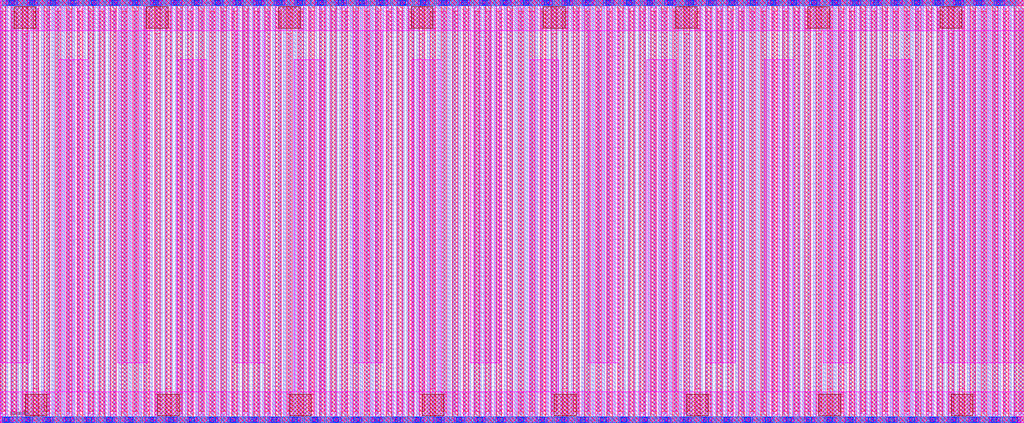
<source format=lef>
# Copyright 2020 The SkyWater PDK Authors
#
# Licensed under the Apache License, Version 2.0 (the "License");
# you may not use this file except in compliance with the License.
# You may obtain a copy of the License at
#
#     https://www.apache.org/licenses/LICENSE-2.0
#
# Unless required by applicable law or agreed to in writing, software
# distributed under the License is distributed on an "AS IS" BASIS,
# WITHOUT WARRANTIES OR CONDITIONS OF ANY KIND, either express or implied.
# See the License for the specific language governing permissions and
# limitations under the License.
#
# SPDX-License-Identifier: Apache-2.0

VERSION 5.7 ;
  NOWIREEXTENSIONATPIN ON ;
  DIVIDERCHAR "/" ;
  BUSBITCHARS "[]" ;
MACRO sky130_fd_pr__cap_vpp_55p8x23p1_pol1m1m2m3m4m5_noshield
  CLASS BLOCK ;
  FOREIGN sky130_fd_pr__cap_vpp_55p8x23p1_pol1m1m2m3m4m5_noshield ;
  ORIGIN  0.000000  0.000000 ;
  SIZE  55.73000 BY  23.05000 ;
  OBS
    LAYER li1 ;
      RECT  0.000000  0.000000 55.730000  0.330000 ;
      RECT  0.000000  0.330000  0.140000 22.580000 ;
      RECT  0.000000 22.720000 55.730000 23.050000 ;
      RECT  0.280000  0.470000  0.420000 22.720000 ;
      RECT  0.560000  0.330000  0.700000 22.580000 ;
      RECT  0.840000  0.470000  0.980000 22.720000 ;
      RECT  1.120000  0.330000  1.260000 22.580000 ;
      RECT  1.400000  0.470000  1.540000 22.720000 ;
      RECT  1.680000  0.330000  1.820000 22.580000 ;
      RECT  1.960000  0.470000  2.100000 22.720000 ;
      RECT  2.240000  0.330000  2.380000 22.580000 ;
      RECT  2.520000  0.470000  2.660000 22.720000 ;
      RECT  2.800000  0.330000  2.940000 22.580000 ;
      RECT  3.080000  0.470000  3.220000 22.720000 ;
      RECT  3.360000  0.330000  3.500000 22.580000 ;
      RECT  3.640000  0.470000  3.780000 22.720000 ;
      RECT  3.920000  0.330000  4.060000 22.580000 ;
      RECT  4.200000  0.470000  4.340000 22.720000 ;
      RECT  4.480000  0.330000  4.620000 22.580000 ;
      RECT  4.760000  0.470000  4.900000 22.720000 ;
      RECT  5.040000  0.330000  5.180000 22.580000 ;
      RECT  5.320000  0.470000  5.460000 22.720000 ;
      RECT  5.600000  0.330000  5.740000 22.580000 ;
      RECT  5.880000  0.470000  6.020000 22.720000 ;
      RECT  6.160000  0.330000  6.300000 22.580000 ;
      RECT  6.440000  0.470000  6.580000 22.720000 ;
      RECT  6.720000  0.330000  6.860000 22.580000 ;
      RECT  7.000000  0.470000  7.140000 22.720000 ;
      RECT  7.280000  0.330000  7.420000 22.580000 ;
      RECT  7.560000  0.470000  7.700000 22.720000 ;
      RECT  7.840000  0.330000  7.980000 22.580000 ;
      RECT  8.120000  0.470000  8.260000 22.720000 ;
      RECT  8.400000  0.330000  8.540000 22.580000 ;
      RECT  8.680000  0.470000  8.820000 22.720000 ;
      RECT  8.960000  0.330000  9.100000 22.580000 ;
      RECT  9.240000  0.470000  9.380000 22.720000 ;
      RECT  9.520000  0.330000  9.660000 22.580000 ;
      RECT  9.800000  0.470000  9.940000 22.720000 ;
      RECT 10.080000  0.330000 10.220000 22.580000 ;
      RECT 10.360000  0.470000 10.500000 22.720000 ;
      RECT 10.640000  0.330000 10.780000 22.580000 ;
      RECT 10.920000  0.470000 11.060000 22.720000 ;
      RECT 11.200000  0.330000 11.340000 22.580000 ;
      RECT 11.480000  0.470000 11.620000 22.720000 ;
      RECT 11.760000  0.330000 11.900000 22.580000 ;
      RECT 12.040000  0.470000 12.180000 22.720000 ;
      RECT 12.320000  0.330000 12.460000 22.580000 ;
      RECT 12.600000  0.470000 12.740000 22.720000 ;
      RECT 12.880000  0.330000 13.020000 22.580000 ;
      RECT 13.160000  0.470000 13.300000 22.720000 ;
      RECT 13.440000  0.330000 13.580000 22.580000 ;
      RECT 13.720000  0.470000 13.860000 22.720000 ;
      RECT 14.000000  0.330000 14.140000 22.580000 ;
      RECT 14.280000  0.470000 14.420000 22.720000 ;
      RECT 14.560000  0.330000 14.700000 22.580000 ;
      RECT 14.840000  0.470000 14.980000 22.720000 ;
      RECT 15.120000  0.330000 15.260000 22.580000 ;
      RECT 15.400000  0.470000 15.540000 22.720000 ;
      RECT 15.680000  0.330000 15.820000 22.580000 ;
      RECT 15.960000  0.470000 16.100000 22.720000 ;
      RECT 16.240000  0.330000 16.380000 22.580000 ;
      RECT 16.520000  0.470000 16.660000 22.720000 ;
      RECT 16.800000  0.330000 16.940000 22.580000 ;
      RECT 17.080000  0.470000 17.220000 22.720000 ;
      RECT 17.360000  0.330000 17.500000 22.580000 ;
      RECT 17.640000  0.470000 17.780000 22.720000 ;
      RECT 17.920000  0.330000 18.060000 22.580000 ;
      RECT 18.200000  0.470000 18.340000 22.720000 ;
      RECT 18.480000  0.330000 18.620000 22.580000 ;
      RECT 18.760000  0.470000 18.900000 22.720000 ;
      RECT 19.040000  0.330000 19.180000 22.580000 ;
      RECT 19.320000  0.470000 19.460000 22.720000 ;
      RECT 19.600000  0.330000 19.740000 22.580000 ;
      RECT 19.880000  0.470000 20.020000 22.720000 ;
      RECT 20.160000  0.330000 20.300000 22.580000 ;
      RECT 20.440000  0.470000 20.580000 22.720000 ;
      RECT 20.720000  0.330000 20.860000 22.580000 ;
      RECT 21.000000  0.470000 21.140000 22.720000 ;
      RECT 21.280000  0.330000 21.420000 22.580000 ;
      RECT 21.560000  0.470000 21.700000 22.720000 ;
      RECT 21.840000  0.330000 21.980000 22.580000 ;
      RECT 22.120000  0.470000 22.260000 22.720000 ;
      RECT 22.400000  0.330000 22.540000 22.580000 ;
      RECT 22.680000  0.470000 22.820000 22.720000 ;
      RECT 22.960000  0.330000 23.100000 22.580000 ;
      RECT 23.240000  0.470000 23.380000 22.720000 ;
      RECT 23.520000  0.330000 23.660000 22.580000 ;
      RECT 23.800000  0.470000 23.940000 22.720000 ;
      RECT 24.080000  0.330000 24.220000 22.580000 ;
      RECT 24.360000  0.470000 24.500000 22.720000 ;
      RECT 24.640000  0.330000 24.780000 22.580000 ;
      RECT 24.920000  0.470000 25.060000 22.720000 ;
      RECT 25.200000  0.330000 25.340000 22.580000 ;
      RECT 25.480000  0.470000 25.620000 22.720000 ;
      RECT 25.760000  0.330000 25.900000 22.580000 ;
      RECT 26.040000  0.470000 26.180000 22.720000 ;
      RECT 26.320000  0.330000 26.460000 22.580000 ;
      RECT 26.600000  0.470000 26.740000 22.720000 ;
      RECT 26.880000  0.330000 27.020000 22.580000 ;
      RECT 27.160000  0.470000 27.300000 22.720000 ;
      RECT 27.440000  0.330000 27.580000 22.580000 ;
      RECT 27.720000  0.470000 27.860000 22.720000 ;
      RECT 28.000000  0.330000 28.140000 22.580000 ;
      RECT 28.280000  0.470000 28.420000 22.720000 ;
      RECT 28.560000  0.330000 28.700000 22.580000 ;
      RECT 28.840000  0.470000 28.980000 22.720000 ;
      RECT 29.120000  0.330000 29.260000 22.580000 ;
      RECT 29.400000  0.470000 29.540000 22.720000 ;
      RECT 29.680000  0.330000 29.820000 22.580000 ;
      RECT 29.960000  0.470000 30.100000 22.720000 ;
      RECT 30.240000  0.330000 30.380000 22.580000 ;
      RECT 30.520000  0.470000 30.660000 22.720000 ;
      RECT 30.800000  0.330000 30.940000 22.580000 ;
      RECT 31.080000  0.470000 31.220000 22.720000 ;
      RECT 31.360000  0.330000 31.500000 22.580000 ;
      RECT 31.640000  0.470000 31.780000 22.720000 ;
      RECT 31.920000  0.330000 32.060000 22.580000 ;
      RECT 32.200000  0.470000 32.340000 22.720000 ;
      RECT 32.480000  0.330000 32.620000 22.580000 ;
      RECT 32.760000  0.470000 32.900000 22.720000 ;
      RECT 33.040000  0.330000 33.180000 22.580000 ;
      RECT 33.320000  0.470000 33.460000 22.720000 ;
      RECT 33.600000  0.330000 33.740000 22.580000 ;
      RECT 33.880000  0.470000 34.020000 22.720000 ;
      RECT 34.160000  0.330000 34.300000 22.580000 ;
      RECT 34.440000  0.470000 34.580000 22.720000 ;
      RECT 34.720000  0.330000 34.860000 22.580000 ;
      RECT 35.000000  0.470000 35.140000 22.720000 ;
      RECT 35.280000  0.330000 35.420000 22.580000 ;
      RECT 35.560000  0.470000 35.700000 22.720000 ;
      RECT 35.840000  0.330000 35.980000 22.580000 ;
      RECT 36.120000  0.470000 36.260000 22.720000 ;
      RECT 36.400000  0.330000 36.540000 22.580000 ;
      RECT 36.680000  0.470000 36.820000 22.720000 ;
      RECT 36.960000  0.330000 37.100000 22.580000 ;
      RECT 37.240000  0.470000 37.380000 22.720000 ;
      RECT 37.520000  0.330000 37.660000 22.580000 ;
      RECT 37.800000  0.470000 37.940000 22.720000 ;
      RECT 38.080000  0.330000 38.220000 22.580000 ;
      RECT 38.360000  0.470000 38.500000 22.720000 ;
      RECT 38.640000  0.330000 38.780000 22.580000 ;
      RECT 38.920000  0.470000 39.060000 22.720000 ;
      RECT 39.200000  0.330000 39.340000 22.580000 ;
      RECT 39.480000  0.470000 39.620000 22.720000 ;
      RECT 39.760000  0.330000 39.900000 22.580000 ;
      RECT 40.040000  0.470000 40.180000 22.720000 ;
      RECT 40.320000  0.330000 40.460000 22.580000 ;
      RECT 40.600000  0.470000 40.740000 22.720000 ;
      RECT 40.880000  0.330000 41.020000 22.580000 ;
      RECT 41.160000  0.470000 41.300000 22.720000 ;
      RECT 41.440000  0.330000 41.580000 22.580000 ;
      RECT 41.720000  0.470000 41.860000 22.720000 ;
      RECT 42.000000  0.330000 42.140000 22.580000 ;
      RECT 42.280000  0.470000 42.420000 22.720000 ;
      RECT 42.560000  0.330000 42.700000 22.580000 ;
      RECT 42.840000  0.470000 42.980000 22.720000 ;
      RECT 43.120000  0.330000 43.260000 22.580000 ;
      RECT 43.400000  0.470000 43.540000 22.720000 ;
      RECT 43.680000  0.330000 43.820000 22.580000 ;
      RECT 43.960000  0.470000 44.100000 22.720000 ;
      RECT 44.240000  0.330000 44.380000 22.580000 ;
      RECT 44.520000  0.470000 44.660000 22.720000 ;
      RECT 44.800000  0.330000 44.940000 22.580000 ;
      RECT 45.080000  0.470000 45.220000 22.720000 ;
      RECT 45.360000  0.330000 45.500000 22.580000 ;
      RECT 45.640000  0.470000 45.780000 22.720000 ;
      RECT 45.920000  0.330000 46.060000 22.580000 ;
      RECT 46.200000  0.470000 46.340000 22.720000 ;
      RECT 46.480000  0.330000 46.620000 22.580000 ;
      RECT 46.760000  0.470000 46.900000 22.720000 ;
      RECT 47.040000  0.330000 47.180000 22.580000 ;
      RECT 47.320000  0.470000 47.460000 22.720000 ;
      RECT 47.600000  0.330000 47.740000 22.580000 ;
      RECT 47.880000  0.470000 48.020000 22.720000 ;
      RECT 48.160000  0.330000 48.300000 22.580000 ;
      RECT 48.440000  0.470000 48.580000 22.720000 ;
      RECT 48.720000  0.330000 48.860000 22.580000 ;
      RECT 49.000000  0.470000 49.140000 22.720000 ;
      RECT 49.280000  0.330000 49.420000 22.580000 ;
      RECT 49.560000  0.470000 49.700000 22.720000 ;
      RECT 49.840000  0.330000 49.980000 22.580000 ;
      RECT 50.120000  0.470000 50.260000 22.720000 ;
      RECT 50.400000  0.330000 50.540000 22.580000 ;
      RECT 50.680000  0.470000 50.820000 22.720000 ;
      RECT 50.960000  0.330000 51.100000 22.580000 ;
      RECT 51.240000  0.470000 51.380000 22.720000 ;
      RECT 51.520000  0.330000 51.660000 22.580000 ;
      RECT 51.800000  0.470000 51.940000 22.720000 ;
      RECT 52.080000  0.330000 52.220000 22.580000 ;
      RECT 52.360000  0.470000 52.500000 22.720000 ;
      RECT 52.640000  0.330000 52.780000 22.580000 ;
      RECT 52.920000  0.470000 53.060000 22.720000 ;
      RECT 53.200000  0.330000 53.340000 22.580000 ;
      RECT 53.480000  0.470000 53.620000 22.720000 ;
      RECT 53.760000  0.330000 53.900000 22.580000 ;
      RECT 54.040000  0.470000 54.180000 22.720000 ;
      RECT 54.320000  0.330000 54.460000 22.580000 ;
      RECT 54.600000  0.470000 54.740000 22.720000 ;
      RECT 54.880000  0.330000 55.020000 22.580000 ;
      RECT 55.160000  0.470000 55.300000 22.720000 ;
      RECT 55.440000  0.330000 55.730000 22.580000 ;
    LAYER mcon ;
      RECT  0.190000  0.080000  0.360000  0.250000 ;
      RECT  0.190000 22.800000  0.360000 22.970000 ;
      RECT  0.550000  0.080000  0.720000  0.250000 ;
      RECT  0.550000 22.800000  0.720000 22.970000 ;
      RECT  0.910000  0.080000  1.080000  0.250000 ;
      RECT  0.910000 22.800000  1.080000 22.970000 ;
      RECT  1.270000  0.080000  1.440000  0.250000 ;
      RECT  1.270000 22.800000  1.440000 22.970000 ;
      RECT  1.630000  0.080000  1.800000  0.250000 ;
      RECT  1.630000 22.800000  1.800000 22.970000 ;
      RECT  1.990000  0.080000  2.160000  0.250000 ;
      RECT  1.990000 22.800000  2.160000 22.970000 ;
      RECT  2.350000  0.080000  2.520000  0.250000 ;
      RECT  2.350000 22.800000  2.520000 22.970000 ;
      RECT  2.710000  0.080000  2.880000  0.250000 ;
      RECT  2.710000 22.800000  2.880000 22.970000 ;
      RECT  3.070000  0.080000  3.240000  0.250000 ;
      RECT  3.070000 22.800000  3.240000 22.970000 ;
      RECT  3.430000  0.080000  3.600000  0.250000 ;
      RECT  3.430000 22.800000  3.600000 22.970000 ;
      RECT  3.790000  0.080000  3.960000  0.250000 ;
      RECT  3.790000 22.800000  3.960000 22.970000 ;
      RECT  4.150000  0.080000  4.320000  0.250000 ;
      RECT  4.150000 22.800000  4.320000 22.970000 ;
      RECT  4.510000  0.080000  4.680000  0.250000 ;
      RECT  4.510000 22.800000  4.680000 22.970000 ;
      RECT  4.870000  0.080000  5.040000  0.250000 ;
      RECT  4.870000 22.800000  5.040000 22.970000 ;
      RECT  5.230000  0.080000  5.400000  0.250000 ;
      RECT  5.230000 22.800000  5.400000 22.970000 ;
      RECT  5.590000  0.080000  5.760000  0.250000 ;
      RECT  5.590000 22.800000  5.760000 22.970000 ;
      RECT  5.950000  0.080000  6.120000  0.250000 ;
      RECT  5.950000 22.800000  6.120000 22.970000 ;
      RECT  6.310000  0.080000  6.480000  0.250000 ;
      RECT  6.310000 22.800000  6.480000 22.970000 ;
      RECT  6.670000  0.080000  6.840000  0.250000 ;
      RECT  6.670000 22.800000  6.840000 22.970000 ;
      RECT  7.030000  0.080000  7.200000  0.250000 ;
      RECT  7.030000 22.800000  7.200000 22.970000 ;
      RECT  7.390000  0.080000  7.560000  0.250000 ;
      RECT  7.390000 22.800000  7.560000 22.970000 ;
      RECT  7.750000  0.080000  7.920000  0.250000 ;
      RECT  7.750000 22.800000  7.920000 22.970000 ;
      RECT  8.110000  0.080000  8.280000  0.250000 ;
      RECT  8.110000 22.800000  8.280000 22.970000 ;
      RECT  8.470000  0.080000  8.640000  0.250000 ;
      RECT  8.470000 22.800000  8.640000 22.970000 ;
      RECT  8.830000  0.080000  9.000000  0.250000 ;
      RECT  8.830000 22.800000  9.000000 22.970000 ;
      RECT  9.190000  0.080000  9.360000  0.250000 ;
      RECT  9.190000 22.800000  9.360000 22.970000 ;
      RECT  9.550000  0.080000  9.720000  0.250000 ;
      RECT  9.550000 22.800000  9.720000 22.970000 ;
      RECT  9.910000  0.080000 10.080000  0.250000 ;
      RECT  9.910000 22.800000 10.080000 22.970000 ;
      RECT 10.270000  0.080000 10.440000  0.250000 ;
      RECT 10.270000 22.800000 10.440000 22.970000 ;
      RECT 10.630000  0.080000 10.800000  0.250000 ;
      RECT 10.630000 22.800000 10.800000 22.970000 ;
      RECT 10.990000  0.080000 11.160000  0.250000 ;
      RECT 10.990000 22.800000 11.160000 22.970000 ;
      RECT 11.350000  0.080000 11.520000  0.250000 ;
      RECT 11.350000 22.800000 11.520000 22.970000 ;
      RECT 11.710000  0.080000 11.880000  0.250000 ;
      RECT 11.710000 22.800000 11.880000 22.970000 ;
      RECT 12.070000  0.080000 12.240000  0.250000 ;
      RECT 12.070000 22.800000 12.240000 22.970000 ;
      RECT 12.430000  0.080000 12.600000  0.250000 ;
      RECT 12.430000 22.800000 12.600000 22.970000 ;
      RECT 12.790000  0.080000 12.960000  0.250000 ;
      RECT 12.790000 22.800000 12.960000 22.970000 ;
      RECT 13.150000  0.080000 13.320000  0.250000 ;
      RECT 13.150000 22.800000 13.320000 22.970000 ;
      RECT 13.510000  0.080000 13.680000  0.250000 ;
      RECT 13.510000 22.800000 13.680000 22.970000 ;
      RECT 13.870000  0.080000 14.040000  0.250000 ;
      RECT 13.870000 22.800000 14.040000 22.970000 ;
      RECT 14.230000  0.080000 14.400000  0.250000 ;
      RECT 14.230000 22.800000 14.400000 22.970000 ;
      RECT 14.590000  0.080000 14.760000  0.250000 ;
      RECT 14.590000 22.800000 14.760000 22.970000 ;
      RECT 14.950000  0.080000 15.120000  0.250000 ;
      RECT 14.950000 22.800000 15.120000 22.970000 ;
      RECT 15.310000  0.080000 15.480000  0.250000 ;
      RECT 15.310000 22.800000 15.480000 22.970000 ;
      RECT 15.670000  0.080000 15.840000  0.250000 ;
      RECT 15.670000 22.800000 15.840000 22.970000 ;
      RECT 16.030000  0.080000 16.200000  0.250000 ;
      RECT 16.030000 22.800000 16.200000 22.970000 ;
      RECT 16.390000  0.080000 16.560000  0.250000 ;
      RECT 16.390000 22.800000 16.560000 22.970000 ;
      RECT 16.750000  0.080000 16.920000  0.250000 ;
      RECT 16.750000 22.800000 16.920000 22.970000 ;
      RECT 17.110000  0.080000 17.280000  0.250000 ;
      RECT 17.110000 22.800000 17.280000 22.970000 ;
      RECT 17.470000  0.080000 17.640000  0.250000 ;
      RECT 17.470000 22.800000 17.640000 22.970000 ;
      RECT 17.830000  0.080000 18.000000  0.250000 ;
      RECT 17.830000 22.800000 18.000000 22.970000 ;
      RECT 18.190000  0.080000 18.360000  0.250000 ;
      RECT 18.190000 22.800000 18.360000 22.970000 ;
      RECT 18.550000  0.080000 18.720000  0.250000 ;
      RECT 18.550000 22.800000 18.720000 22.970000 ;
      RECT 18.910000  0.080000 19.080000  0.250000 ;
      RECT 18.910000 22.800000 19.080000 22.970000 ;
      RECT 19.270000  0.080000 19.440000  0.250000 ;
      RECT 19.270000 22.800000 19.440000 22.970000 ;
      RECT 19.630000  0.080000 19.800000  0.250000 ;
      RECT 19.630000 22.800000 19.800000 22.970000 ;
      RECT 19.990000  0.080000 20.160000  0.250000 ;
      RECT 19.990000 22.800000 20.160000 22.970000 ;
      RECT 20.350000  0.080000 20.520000  0.250000 ;
      RECT 20.350000 22.800000 20.520000 22.970000 ;
      RECT 20.710000  0.080000 20.880000  0.250000 ;
      RECT 20.710000 22.800000 20.880000 22.970000 ;
      RECT 21.070000  0.080000 21.240000  0.250000 ;
      RECT 21.070000 22.800000 21.240000 22.970000 ;
      RECT 21.430000  0.080000 21.600000  0.250000 ;
      RECT 21.430000 22.800000 21.600000 22.970000 ;
      RECT 21.790000  0.080000 21.960000  0.250000 ;
      RECT 21.790000 22.800000 21.960000 22.970000 ;
      RECT 22.150000  0.080000 22.320000  0.250000 ;
      RECT 22.150000 22.800000 22.320000 22.970000 ;
      RECT 22.510000  0.080000 22.680000  0.250000 ;
      RECT 22.510000 22.800000 22.680000 22.970000 ;
      RECT 22.870000  0.080000 23.040000  0.250000 ;
      RECT 22.870000 22.800000 23.040000 22.970000 ;
      RECT 23.230000  0.080000 23.400000  0.250000 ;
      RECT 23.230000 22.800000 23.400000 22.970000 ;
      RECT 23.590000  0.080000 23.760000  0.250000 ;
      RECT 23.590000 22.800000 23.760000 22.970000 ;
      RECT 23.950000  0.080000 24.120000  0.250000 ;
      RECT 23.950000 22.800000 24.120000 22.970000 ;
      RECT 24.310000  0.080000 24.480000  0.250000 ;
      RECT 24.310000 22.800000 24.480000 22.970000 ;
      RECT 24.670000  0.080000 24.840000  0.250000 ;
      RECT 24.670000 22.800000 24.840000 22.970000 ;
      RECT 25.030000  0.080000 25.200000  0.250000 ;
      RECT 25.030000 22.800000 25.200000 22.970000 ;
      RECT 25.390000  0.080000 25.560000  0.250000 ;
      RECT 25.390000 22.800000 25.560000 22.970000 ;
      RECT 25.750000  0.080000 25.920000  0.250000 ;
      RECT 25.750000 22.800000 25.920000 22.970000 ;
      RECT 26.110000  0.080000 26.280000  0.250000 ;
      RECT 26.110000 22.800000 26.280000 22.970000 ;
      RECT 26.470000  0.080000 26.640000  0.250000 ;
      RECT 26.470000 22.800000 26.640000 22.970000 ;
      RECT 26.830000  0.080000 27.000000  0.250000 ;
      RECT 26.830000 22.800000 27.000000 22.970000 ;
      RECT 27.190000  0.080000 27.360000  0.250000 ;
      RECT 27.190000 22.800000 27.360000 22.970000 ;
      RECT 27.550000  0.080000 27.720000  0.250000 ;
      RECT 27.550000 22.800000 27.720000 22.970000 ;
      RECT 27.910000  0.080000 28.080000  0.250000 ;
      RECT 27.910000 22.800000 28.080000 22.970000 ;
      RECT 28.270000  0.080000 28.440000  0.250000 ;
      RECT 28.270000 22.800000 28.440000 22.970000 ;
      RECT 28.630000  0.080000 28.800000  0.250000 ;
      RECT 28.630000 22.800000 28.800000 22.970000 ;
      RECT 28.990000  0.080000 29.160000  0.250000 ;
      RECT 28.990000 22.800000 29.160000 22.970000 ;
      RECT 29.350000  0.080000 29.520000  0.250000 ;
      RECT 29.350000 22.800000 29.520000 22.970000 ;
      RECT 29.710000  0.080000 29.880000  0.250000 ;
      RECT 29.710000 22.800000 29.880000 22.970000 ;
      RECT 30.070000  0.080000 30.240000  0.250000 ;
      RECT 30.070000 22.800000 30.240000 22.970000 ;
      RECT 30.430000  0.080000 30.600000  0.250000 ;
      RECT 30.430000 22.800000 30.600000 22.970000 ;
      RECT 30.790000  0.080000 30.960000  0.250000 ;
      RECT 30.790000 22.800000 30.960000 22.970000 ;
      RECT 31.150000  0.080000 31.320000  0.250000 ;
      RECT 31.150000 22.800000 31.320000 22.970000 ;
      RECT 31.510000  0.080000 31.680000  0.250000 ;
      RECT 31.510000 22.800000 31.680000 22.970000 ;
      RECT 31.870000  0.080000 32.040000  0.250000 ;
      RECT 31.870000 22.800000 32.040000 22.970000 ;
      RECT 32.230000  0.080000 32.400000  0.250000 ;
      RECT 32.230000 22.800000 32.400000 22.970000 ;
      RECT 32.590000  0.080000 32.760000  0.250000 ;
      RECT 32.590000 22.800000 32.760000 22.970000 ;
      RECT 32.950000  0.080000 33.120000  0.250000 ;
      RECT 32.950000 22.800000 33.120000 22.970000 ;
      RECT 33.310000  0.080000 33.480000  0.250000 ;
      RECT 33.310000 22.800000 33.480000 22.970000 ;
      RECT 33.670000  0.080000 33.840000  0.250000 ;
      RECT 33.670000 22.800000 33.840000 22.970000 ;
      RECT 34.030000  0.080000 34.200000  0.250000 ;
      RECT 34.030000 22.800000 34.200000 22.970000 ;
      RECT 34.390000  0.080000 34.560000  0.250000 ;
      RECT 34.390000 22.800000 34.560000 22.970000 ;
      RECT 34.750000  0.080000 34.920000  0.250000 ;
      RECT 34.750000 22.800000 34.920000 22.970000 ;
      RECT 35.110000  0.080000 35.280000  0.250000 ;
      RECT 35.110000 22.800000 35.280000 22.970000 ;
      RECT 35.470000  0.080000 35.640000  0.250000 ;
      RECT 35.470000 22.800000 35.640000 22.970000 ;
      RECT 35.830000  0.080000 36.000000  0.250000 ;
      RECT 35.830000 22.800000 36.000000 22.970000 ;
      RECT 36.190000  0.080000 36.360000  0.250000 ;
      RECT 36.190000 22.800000 36.360000 22.970000 ;
      RECT 36.550000  0.080000 36.720000  0.250000 ;
      RECT 36.550000 22.800000 36.720000 22.970000 ;
      RECT 36.910000  0.080000 37.080000  0.250000 ;
      RECT 36.910000 22.800000 37.080000 22.970000 ;
      RECT 37.270000  0.080000 37.440000  0.250000 ;
      RECT 37.270000 22.800000 37.440000 22.970000 ;
      RECT 37.630000  0.080000 37.800000  0.250000 ;
      RECT 37.630000 22.800000 37.800000 22.970000 ;
      RECT 37.990000  0.080000 38.160000  0.250000 ;
      RECT 37.990000 22.800000 38.160000 22.970000 ;
      RECT 38.350000  0.080000 38.520000  0.250000 ;
      RECT 38.350000 22.800000 38.520000 22.970000 ;
      RECT 38.710000  0.080000 38.880000  0.250000 ;
      RECT 38.710000 22.800000 38.880000 22.970000 ;
      RECT 39.070000  0.080000 39.240000  0.250000 ;
      RECT 39.070000 22.800000 39.240000 22.970000 ;
      RECT 39.430000  0.080000 39.600000  0.250000 ;
      RECT 39.430000 22.800000 39.600000 22.970000 ;
      RECT 39.790000  0.080000 39.960000  0.250000 ;
      RECT 39.790000 22.800000 39.960000 22.970000 ;
      RECT 40.150000  0.080000 40.320000  0.250000 ;
      RECT 40.150000 22.800000 40.320000 22.970000 ;
      RECT 40.510000  0.080000 40.680000  0.250000 ;
      RECT 40.510000 22.800000 40.680000 22.970000 ;
      RECT 40.870000  0.080000 41.040000  0.250000 ;
      RECT 40.870000 22.800000 41.040000 22.970000 ;
      RECT 41.230000  0.080000 41.400000  0.250000 ;
      RECT 41.230000 22.800000 41.400000 22.970000 ;
      RECT 41.590000  0.080000 41.760000  0.250000 ;
      RECT 41.590000 22.800000 41.760000 22.970000 ;
      RECT 41.950000  0.080000 42.120000  0.250000 ;
      RECT 41.950000 22.800000 42.120000 22.970000 ;
      RECT 42.310000  0.080000 42.480000  0.250000 ;
      RECT 42.310000 22.800000 42.480000 22.970000 ;
      RECT 42.670000  0.080000 42.840000  0.250000 ;
      RECT 42.670000 22.800000 42.840000 22.970000 ;
      RECT 43.030000  0.080000 43.200000  0.250000 ;
      RECT 43.030000 22.800000 43.200000 22.970000 ;
      RECT 43.390000  0.080000 43.560000  0.250000 ;
      RECT 43.390000 22.800000 43.560000 22.970000 ;
      RECT 43.750000  0.080000 43.920000  0.250000 ;
      RECT 43.750000 22.800000 43.920000 22.970000 ;
      RECT 44.110000  0.080000 44.280000  0.250000 ;
      RECT 44.110000 22.800000 44.280000 22.970000 ;
      RECT 44.470000  0.080000 44.640000  0.250000 ;
      RECT 44.470000 22.800000 44.640000 22.970000 ;
      RECT 44.830000  0.080000 45.000000  0.250000 ;
      RECT 44.830000 22.800000 45.000000 22.970000 ;
      RECT 45.190000  0.080000 45.360000  0.250000 ;
      RECT 45.190000 22.800000 45.360000 22.970000 ;
      RECT 45.550000  0.080000 45.720000  0.250000 ;
      RECT 45.550000 22.800000 45.720000 22.970000 ;
      RECT 45.910000  0.080000 46.080000  0.250000 ;
      RECT 45.910000 22.800000 46.080000 22.970000 ;
      RECT 46.270000  0.080000 46.440000  0.250000 ;
      RECT 46.270000 22.800000 46.440000 22.970000 ;
      RECT 46.630000  0.080000 46.800000  0.250000 ;
      RECT 46.630000 22.800000 46.800000 22.970000 ;
      RECT 46.990000  0.080000 47.160000  0.250000 ;
      RECT 46.990000 22.800000 47.160000 22.970000 ;
      RECT 47.350000  0.080000 47.520000  0.250000 ;
      RECT 47.350000 22.800000 47.520000 22.970000 ;
      RECT 47.710000  0.080000 47.880000  0.250000 ;
      RECT 47.710000 22.800000 47.880000 22.970000 ;
      RECT 48.070000  0.080000 48.240000  0.250000 ;
      RECT 48.070000 22.800000 48.240000 22.970000 ;
      RECT 48.430000  0.080000 48.600000  0.250000 ;
      RECT 48.430000 22.800000 48.600000 22.970000 ;
      RECT 48.790000  0.080000 48.960000  0.250000 ;
      RECT 48.790000 22.800000 48.960000 22.970000 ;
      RECT 49.150000  0.080000 49.320000  0.250000 ;
      RECT 49.150000 22.800000 49.320000 22.970000 ;
      RECT 49.510000  0.080000 49.680000  0.250000 ;
      RECT 49.510000 22.800000 49.680000 22.970000 ;
      RECT 49.870000  0.080000 50.040000  0.250000 ;
      RECT 49.870000 22.800000 50.040000 22.970000 ;
      RECT 50.230000  0.080000 50.400000  0.250000 ;
      RECT 50.230000 22.800000 50.400000 22.970000 ;
      RECT 50.590000  0.080000 50.760000  0.250000 ;
      RECT 50.590000 22.800000 50.760000 22.970000 ;
      RECT 50.950000  0.080000 51.120000  0.250000 ;
      RECT 50.950000 22.800000 51.120000 22.970000 ;
      RECT 51.310000  0.080000 51.480000  0.250000 ;
      RECT 51.310000 22.800000 51.480000 22.970000 ;
      RECT 51.670000  0.080000 51.840000  0.250000 ;
      RECT 51.670000 22.800000 51.840000 22.970000 ;
      RECT 52.030000  0.080000 52.200000  0.250000 ;
      RECT 52.030000 22.800000 52.200000 22.970000 ;
      RECT 52.390000  0.080000 52.560000  0.250000 ;
      RECT 52.390000 22.800000 52.560000 22.970000 ;
      RECT 52.750000  0.080000 52.920000  0.250000 ;
      RECT 52.750000 22.800000 52.920000 22.970000 ;
      RECT 53.110000  0.080000 53.280000  0.250000 ;
      RECT 53.110000 22.800000 53.280000 22.970000 ;
      RECT 53.470000  0.080000 53.640000  0.250000 ;
      RECT 53.470000 22.800000 53.640000 22.970000 ;
      RECT 53.830000  0.080000 54.000000  0.250000 ;
      RECT 53.830000 22.800000 54.000000 22.970000 ;
      RECT 54.190000  0.080000 54.360000  0.250000 ;
      RECT 54.190000 22.800000 54.360000 22.970000 ;
      RECT 54.550000  0.080000 54.720000  0.250000 ;
      RECT 54.550000 22.800000 54.720000 22.970000 ;
      RECT 54.910000  0.080000 55.080000  0.250000 ;
      RECT 54.910000 22.800000 55.080000 22.970000 ;
      RECT 55.270000  0.080000 55.440000  0.250000 ;
      RECT 55.270000 22.800000 55.440000 22.970000 ;
    LAYER met1 ;
      RECT  0.000000  0.000000 55.730000  0.330000 ;
      RECT  0.000000  0.470000  0.140000 22.720000 ;
      RECT  0.000000 22.720000 55.730000 23.050000 ;
      RECT  0.280000  0.330000  0.420000 22.580000 ;
      RECT  0.560000  0.470000  0.700000 22.720000 ;
      RECT  0.840000  0.330000  0.980000 22.580000 ;
      RECT  1.120000  0.470000  1.260000 22.720000 ;
      RECT  1.400000  0.330000  1.540000 22.580000 ;
      RECT  1.680000  0.470000  1.820000 22.720000 ;
      RECT  1.960000  0.330000  2.100000 22.580000 ;
      RECT  2.240000  0.470000  2.380000 22.720000 ;
      RECT  2.520000  0.330000  2.660000 22.580000 ;
      RECT  2.800000  0.470000  2.940000 22.720000 ;
      RECT  3.080000  0.330000  3.220000 22.580000 ;
      RECT  3.360000  0.470000  3.500000 22.720000 ;
      RECT  3.640000  0.330000  3.780000 22.580000 ;
      RECT  3.920000  0.470000  4.060000 22.720000 ;
      RECT  4.200000  0.330000  4.340000 22.580000 ;
      RECT  4.480000  0.470000  4.620000 22.720000 ;
      RECT  4.760000  0.330000  4.900000 22.580000 ;
      RECT  5.040000  0.470000  5.180000 22.720000 ;
      RECT  5.320000  0.330000  5.460000 22.580000 ;
      RECT  5.600000  0.470000  5.740000 22.720000 ;
      RECT  5.880000  0.330000  6.020000 22.580000 ;
      RECT  6.160000  0.470000  6.300000 22.720000 ;
      RECT  6.440000  0.330000  6.580000 22.580000 ;
      RECT  6.720000  0.470000  6.860000 22.720000 ;
      RECT  7.000000  0.330000  7.140000 22.580000 ;
      RECT  7.280000  0.470000  7.420000 22.720000 ;
      RECT  7.560000  0.330000  7.700000 22.580000 ;
      RECT  7.840000  0.470000  7.980000 22.720000 ;
      RECT  8.120000  0.330000  8.260000 22.580000 ;
      RECT  8.400000  0.470000  8.540000 22.720000 ;
      RECT  8.680000  0.330000  8.820000 22.580000 ;
      RECT  8.960000  0.470000  9.100000 22.720000 ;
      RECT  9.240000  0.330000  9.380000 22.580000 ;
      RECT  9.520000  0.470000  9.660000 22.720000 ;
      RECT  9.800000  0.330000  9.940000 22.580000 ;
      RECT 10.080000  0.470000 10.220000 22.720000 ;
      RECT 10.360000  0.330000 10.500000 22.580000 ;
      RECT 10.640000  0.470000 10.780000 22.720000 ;
      RECT 10.920000  0.330000 11.060000 22.580000 ;
      RECT 11.200000  0.470000 11.340000 22.720000 ;
      RECT 11.480000  0.330000 11.620000 22.580000 ;
      RECT 11.760000  0.470000 11.900000 22.720000 ;
      RECT 12.040000  0.330000 12.180000 22.580000 ;
      RECT 12.320000  0.470000 12.460000 22.720000 ;
      RECT 12.600000  0.330000 12.740000 22.580000 ;
      RECT 12.880000  0.470000 13.020000 22.720000 ;
      RECT 13.160000  0.330000 13.300000 22.580000 ;
      RECT 13.440000  0.470000 13.580000 22.720000 ;
      RECT 13.720000  0.330000 13.860000 22.580000 ;
      RECT 14.000000  0.470000 14.140000 22.720000 ;
      RECT 14.280000  0.330000 14.420000 22.580000 ;
      RECT 14.560000  0.470000 14.700000 22.720000 ;
      RECT 14.840000  0.330000 14.980000 22.580000 ;
      RECT 15.120000  0.470000 15.260000 22.720000 ;
      RECT 15.400000  0.330000 15.540000 22.580000 ;
      RECT 15.680000  0.470000 15.820000 22.720000 ;
      RECT 15.960000  0.330000 16.100000 22.580000 ;
      RECT 16.240000  0.470000 16.380000 22.720000 ;
      RECT 16.520000  0.330000 16.660000 22.580000 ;
      RECT 16.800000  0.470000 16.940000 22.720000 ;
      RECT 17.080000  0.330000 17.220000 22.580000 ;
      RECT 17.360000  0.470000 17.500000 22.720000 ;
      RECT 17.640000  0.330000 17.780000 22.580000 ;
      RECT 17.920000  0.470000 18.060000 22.720000 ;
      RECT 18.200000  0.330000 18.340000 22.580000 ;
      RECT 18.480000  0.470000 18.620000 22.720000 ;
      RECT 18.760000  0.330000 18.900000 22.580000 ;
      RECT 19.040000  0.470000 19.180000 22.720000 ;
      RECT 19.320000  0.330000 19.460000 22.580000 ;
      RECT 19.600000  0.470000 19.740000 22.720000 ;
      RECT 19.880000  0.330000 20.020000 22.580000 ;
      RECT 20.160000  0.470000 20.300000 22.720000 ;
      RECT 20.440000  0.330000 20.580000 22.580000 ;
      RECT 20.720000  0.470000 20.860000 22.720000 ;
      RECT 21.000000  0.330000 21.140000 22.580000 ;
      RECT 21.280000  0.470000 21.420000 22.720000 ;
      RECT 21.560000  0.330000 21.700000 22.580000 ;
      RECT 21.840000  0.470000 21.980000 22.720000 ;
      RECT 22.120000  0.330000 22.260000 22.580000 ;
      RECT 22.400000  0.470000 22.540000 22.720000 ;
      RECT 22.680000  0.330000 22.820000 22.580000 ;
      RECT 22.960000  0.470000 23.100000 22.720000 ;
      RECT 23.240000  0.330000 23.380000 22.580000 ;
      RECT 23.520000  0.470000 23.660000 22.720000 ;
      RECT 23.800000  0.330000 23.940000 22.580000 ;
      RECT 24.080000  0.470000 24.220000 22.720000 ;
      RECT 24.360000  0.330000 24.500000 22.580000 ;
      RECT 24.640000  0.470000 24.780000 22.720000 ;
      RECT 24.920000  0.330000 25.060000 22.580000 ;
      RECT 25.200000  0.470000 25.340000 22.720000 ;
      RECT 25.480000  0.330000 25.620000 22.580000 ;
      RECT 25.760000  0.470000 25.900000 22.720000 ;
      RECT 26.040000  0.330000 26.180000 22.580000 ;
      RECT 26.320000  0.470000 26.460000 22.720000 ;
      RECT 26.600000  0.330000 26.740000 22.580000 ;
      RECT 26.880000  0.470000 27.020000 22.720000 ;
      RECT 27.160000  0.330000 27.300000 22.580000 ;
      RECT 27.440000  0.470000 27.580000 22.720000 ;
      RECT 27.720000  0.330000 27.860000 22.580000 ;
      RECT 28.000000  0.470000 28.140000 22.720000 ;
      RECT 28.280000  0.330000 28.420000 22.580000 ;
      RECT 28.560000  0.470000 28.700000 22.720000 ;
      RECT 28.840000  0.330000 28.980000 22.580000 ;
      RECT 29.120000  0.470000 29.260000 22.720000 ;
      RECT 29.400000  0.330000 29.540000 22.580000 ;
      RECT 29.680000  0.470000 29.820000 22.720000 ;
      RECT 29.960000  0.330000 30.100000 22.580000 ;
      RECT 30.240000  0.470000 30.380000 22.720000 ;
      RECT 30.520000  0.330000 30.660000 22.580000 ;
      RECT 30.800000  0.470000 30.940000 22.720000 ;
      RECT 31.080000  0.330000 31.220000 22.580000 ;
      RECT 31.360000  0.470000 31.500000 22.720000 ;
      RECT 31.640000  0.330000 31.780000 22.580000 ;
      RECT 31.920000  0.470000 32.060000 22.720000 ;
      RECT 32.200000  0.330000 32.340000 22.580000 ;
      RECT 32.480000  0.470000 32.620000 22.720000 ;
      RECT 32.760000  0.330000 32.900000 22.580000 ;
      RECT 33.040000  0.470000 33.180000 22.720000 ;
      RECT 33.320000  0.330000 33.460000 22.580000 ;
      RECT 33.600000  0.470000 33.740000 22.720000 ;
      RECT 33.880000  0.330000 34.020000 22.580000 ;
      RECT 34.160000  0.470000 34.300000 22.720000 ;
      RECT 34.440000  0.330000 34.580000 22.580000 ;
      RECT 34.720000  0.470000 34.860000 22.720000 ;
      RECT 35.000000  0.330000 35.140000 22.580000 ;
      RECT 35.280000  0.470000 35.420000 22.720000 ;
      RECT 35.560000  0.330000 35.700000 22.580000 ;
      RECT 35.840000  0.470000 35.980000 22.720000 ;
      RECT 36.120000  0.330000 36.260000 22.580000 ;
      RECT 36.400000  0.470000 36.540000 22.720000 ;
      RECT 36.680000  0.330000 36.820000 22.580000 ;
      RECT 36.960000  0.470000 37.100000 22.720000 ;
      RECT 37.240000  0.330000 37.380000 22.580000 ;
      RECT 37.520000  0.470000 37.660000 22.720000 ;
      RECT 37.800000  0.330000 37.940000 22.580000 ;
      RECT 38.080000  0.470000 38.220000 22.720000 ;
      RECT 38.360000  0.330000 38.500000 22.580000 ;
      RECT 38.640000  0.470000 38.780000 22.720000 ;
      RECT 38.920000  0.330000 39.060000 22.580000 ;
      RECT 39.200000  0.470000 39.340000 22.720000 ;
      RECT 39.480000  0.330000 39.620000 22.580000 ;
      RECT 39.760000  0.470000 39.900000 22.720000 ;
      RECT 40.040000  0.330000 40.180000 22.580000 ;
      RECT 40.320000  0.470000 40.460000 22.720000 ;
      RECT 40.600000  0.330000 40.740000 22.580000 ;
      RECT 40.880000  0.470000 41.020000 22.720000 ;
      RECT 41.160000  0.330000 41.300000 22.580000 ;
      RECT 41.440000  0.470000 41.580000 22.720000 ;
      RECT 41.720000  0.330000 41.860000 22.580000 ;
      RECT 42.000000  0.470000 42.140000 22.720000 ;
      RECT 42.280000  0.330000 42.420000 22.580000 ;
      RECT 42.560000  0.470000 42.700000 22.720000 ;
      RECT 42.840000  0.330000 42.980000 22.580000 ;
      RECT 43.120000  0.470000 43.260000 22.720000 ;
      RECT 43.400000  0.330000 43.540000 22.580000 ;
      RECT 43.680000  0.470000 43.820000 22.720000 ;
      RECT 43.960000  0.330000 44.100000 22.580000 ;
      RECT 44.240000  0.470000 44.380000 22.720000 ;
      RECT 44.520000  0.330000 44.660000 22.580000 ;
      RECT 44.800000  0.470000 44.940000 22.720000 ;
      RECT 45.080000  0.330000 45.220000 22.580000 ;
      RECT 45.360000  0.470000 45.500000 22.720000 ;
      RECT 45.640000  0.330000 45.780000 22.580000 ;
      RECT 45.920000  0.470000 46.060000 22.720000 ;
      RECT 46.200000  0.330000 46.340000 22.580000 ;
      RECT 46.480000  0.470000 46.620000 22.720000 ;
      RECT 46.760000  0.330000 46.900000 22.580000 ;
      RECT 47.040000  0.470000 47.180000 22.720000 ;
      RECT 47.320000  0.330000 47.460000 22.580000 ;
      RECT 47.600000  0.470000 47.740000 22.720000 ;
      RECT 47.880000  0.330000 48.020000 22.580000 ;
      RECT 48.160000  0.470000 48.300000 22.720000 ;
      RECT 48.440000  0.330000 48.580000 22.580000 ;
      RECT 48.720000  0.470000 48.860000 22.720000 ;
      RECT 49.000000  0.330000 49.140000 22.580000 ;
      RECT 49.280000  0.470000 49.420000 22.720000 ;
      RECT 49.560000  0.330000 49.700000 22.580000 ;
      RECT 49.840000  0.470000 49.980000 22.720000 ;
      RECT 50.120000  0.330000 50.260000 22.580000 ;
      RECT 50.400000  0.470000 50.540000 22.720000 ;
      RECT 50.680000  0.330000 50.820000 22.580000 ;
      RECT 50.960000  0.470000 51.100000 22.720000 ;
      RECT 51.240000  0.330000 51.380000 22.580000 ;
      RECT 51.520000  0.470000 51.660000 22.720000 ;
      RECT 51.800000  0.330000 51.940000 22.580000 ;
      RECT 52.080000  0.470000 52.220000 22.720000 ;
      RECT 52.360000  0.330000 52.500000 22.580000 ;
      RECT 52.640000  0.470000 52.780000 22.720000 ;
      RECT 52.920000  0.330000 53.060000 22.580000 ;
      RECT 53.200000  0.470000 53.340000 22.720000 ;
      RECT 53.480000  0.330000 53.620000 22.580000 ;
      RECT 53.760000  0.470000 53.900000 22.720000 ;
      RECT 54.040000  0.330000 54.180000 22.580000 ;
      RECT 54.320000  0.470000 54.460000 22.720000 ;
      RECT 54.600000  0.330000 54.740000 22.580000 ;
      RECT 54.880000  0.470000 55.020000 22.720000 ;
      RECT 55.160000  0.330000 55.300000 22.580000 ;
      RECT 55.440000  0.470000 55.730000 22.720000 ;
    LAYER met2 ;
      RECT  0.000000  0.000000  0.700000  0.330000 ;
      RECT  0.000000  0.330000  0.140000 23.050000 ;
      RECT  0.280000  0.470000  0.420000 22.720000 ;
      RECT  0.280000 22.720000  0.980000 23.050000 ;
      RECT  0.560000  0.330000  0.700000 22.580000 ;
      RECT  0.840000  0.000000  0.980000 22.720000 ;
      RECT  1.120000  0.000000  1.820000  0.330000 ;
      RECT  1.120000  0.330000  1.260000 23.050000 ;
      RECT  1.400000  0.470000  1.540000 22.720000 ;
      RECT  1.400000 22.720000  2.100000 23.050000 ;
      RECT  1.680000  0.330000  1.820000 22.580000 ;
      RECT  1.960000  0.000000  2.100000 22.720000 ;
      RECT  2.240000  0.000000  2.940000  0.330000 ;
      RECT  2.240000  0.330000  2.380000 23.050000 ;
      RECT  2.520000  0.470000  2.660000 22.720000 ;
      RECT  2.520000 22.720000  3.220000 23.050000 ;
      RECT  2.800000  0.330000  2.940000 22.580000 ;
      RECT  3.080000  0.000000  3.220000 22.720000 ;
      RECT  3.360000  0.000000  4.060000  0.330000 ;
      RECT  3.360000  0.330000  3.500000 23.050000 ;
      RECT  3.640000  0.470000  3.780000 22.720000 ;
      RECT  3.640000 22.720000  4.340000 23.050000 ;
      RECT  3.920000  0.330000  4.060000 22.580000 ;
      RECT  4.200000  0.000000  4.340000 22.720000 ;
      RECT  4.480000  0.000000  5.180000  0.330000 ;
      RECT  4.480000  0.330000  4.620000 23.050000 ;
      RECT  4.760000  0.470000  4.900000 22.720000 ;
      RECT  4.760000 22.720000  5.460000 23.050000 ;
      RECT  5.040000  0.330000  5.180000 22.580000 ;
      RECT  5.320000  0.000000  5.460000 22.720000 ;
      RECT  5.600000  0.000000  6.300000  0.330000 ;
      RECT  5.600000  0.330000  5.740000 23.050000 ;
      RECT  5.880000  0.470000  6.020000 22.720000 ;
      RECT  5.880000 22.720000  6.580000 23.050000 ;
      RECT  6.160000  0.330000  6.300000 22.580000 ;
      RECT  6.440000  0.000000  6.580000 22.720000 ;
      RECT  6.720000  0.000000  7.420000  0.330000 ;
      RECT  6.720000  0.330000  6.860000 23.050000 ;
      RECT  7.000000  0.470000  7.140000 22.720000 ;
      RECT  7.000000 22.720000  7.700000 23.050000 ;
      RECT  7.280000  0.330000  7.420000 22.580000 ;
      RECT  7.560000  0.000000  7.700000 22.720000 ;
      RECT  7.840000  0.000000  8.540000  0.330000 ;
      RECT  7.840000  0.330000  7.980000 23.050000 ;
      RECT  8.120000  0.470000  8.260000 22.720000 ;
      RECT  8.120000 22.720000  8.820000 23.050000 ;
      RECT  8.400000  0.330000  8.540000 22.580000 ;
      RECT  8.680000  0.000000  8.820000 22.720000 ;
      RECT  8.960000  0.000000  9.660000  0.330000 ;
      RECT  8.960000  0.330000  9.100000 23.050000 ;
      RECT  9.240000  0.470000  9.380000 22.720000 ;
      RECT  9.240000 22.720000  9.940000 23.050000 ;
      RECT  9.520000  0.330000  9.660000 22.580000 ;
      RECT  9.800000  0.000000  9.940000 22.720000 ;
      RECT 10.080000  0.000000 10.780000  0.330000 ;
      RECT 10.080000  0.330000 10.220000 23.050000 ;
      RECT 10.360000  0.470000 10.500000 22.720000 ;
      RECT 10.360000 22.720000 11.060000 23.050000 ;
      RECT 10.640000  0.330000 10.780000 22.580000 ;
      RECT 10.920000  0.000000 11.060000 22.720000 ;
      RECT 11.200000  0.000000 11.900000  0.330000 ;
      RECT 11.200000  0.330000 11.340000 23.050000 ;
      RECT 11.480000  0.470000 11.620000 22.720000 ;
      RECT 11.480000 22.720000 12.180000 23.050000 ;
      RECT 11.760000  0.330000 11.900000 22.580000 ;
      RECT 12.040000  0.000000 12.180000 22.720000 ;
      RECT 12.320000  0.000000 13.020000  0.330000 ;
      RECT 12.320000  0.330000 12.460000 23.050000 ;
      RECT 12.600000  0.470000 12.740000 22.720000 ;
      RECT 12.600000 22.720000 13.300000 23.050000 ;
      RECT 12.880000  0.330000 13.020000 22.580000 ;
      RECT 13.160000  0.000000 13.300000 22.720000 ;
      RECT 13.440000  0.000000 14.140000  0.330000 ;
      RECT 13.440000  0.330000 13.580000 23.050000 ;
      RECT 13.720000  0.470000 13.860000 22.720000 ;
      RECT 13.720000 22.720000 14.420000 23.050000 ;
      RECT 14.000000  0.330000 14.140000 22.580000 ;
      RECT 14.280000  0.000000 14.420000 22.720000 ;
      RECT 14.560000  0.000000 15.260000  0.330000 ;
      RECT 14.560000  0.330000 14.700000 23.050000 ;
      RECT 14.840000  0.470000 14.980000 22.720000 ;
      RECT 14.840000 22.720000 15.540000 23.050000 ;
      RECT 15.120000  0.330000 15.260000 22.580000 ;
      RECT 15.400000  0.000000 15.540000 22.720000 ;
      RECT 15.680000  0.000000 16.380000  0.330000 ;
      RECT 15.680000  0.330000 15.820000 23.050000 ;
      RECT 15.960000  0.470000 16.100000 22.720000 ;
      RECT 15.960000 22.720000 16.660000 23.050000 ;
      RECT 16.240000  0.330000 16.380000 22.580000 ;
      RECT 16.520000  0.000000 16.660000 22.720000 ;
      RECT 16.800000  0.000000 17.500000  0.330000 ;
      RECT 16.800000  0.330000 16.940000 23.050000 ;
      RECT 17.080000  0.470000 17.220000 22.720000 ;
      RECT 17.080000 22.720000 17.780000 23.050000 ;
      RECT 17.360000  0.330000 17.500000 22.580000 ;
      RECT 17.640000  0.000000 17.780000 22.720000 ;
      RECT 17.920000  0.000000 18.620000  0.330000 ;
      RECT 17.920000  0.330000 18.060000 23.050000 ;
      RECT 18.200000  0.470000 18.340000 22.720000 ;
      RECT 18.200000 22.720000 18.900000 23.050000 ;
      RECT 18.480000  0.330000 18.620000 22.580000 ;
      RECT 18.760000  0.000000 18.900000 22.720000 ;
      RECT 19.040000  0.000000 19.740000  0.330000 ;
      RECT 19.040000  0.330000 19.180000 23.050000 ;
      RECT 19.320000  0.470000 19.460000 22.720000 ;
      RECT 19.320000 22.720000 20.020000 23.050000 ;
      RECT 19.600000  0.330000 19.740000 22.580000 ;
      RECT 19.880000  0.000000 20.020000 22.720000 ;
      RECT 20.160000  0.000000 20.860000  0.330000 ;
      RECT 20.160000  0.330000 20.300000 23.050000 ;
      RECT 20.440000  0.470000 20.580000 22.720000 ;
      RECT 20.440000 22.720000 21.140000 23.050000 ;
      RECT 20.720000  0.330000 20.860000 22.580000 ;
      RECT 21.000000  0.000000 21.140000 22.720000 ;
      RECT 21.280000  0.000000 21.980000  0.330000 ;
      RECT 21.280000  0.330000 21.420000 23.050000 ;
      RECT 21.560000  0.470000 21.700000 22.720000 ;
      RECT 21.560000 22.720000 22.260000 23.050000 ;
      RECT 21.840000  0.330000 21.980000 22.580000 ;
      RECT 22.120000  0.000000 22.260000 22.720000 ;
      RECT 22.400000  0.000000 23.100000  0.330000 ;
      RECT 22.400000  0.330000 22.540000 23.050000 ;
      RECT 22.680000  0.470000 22.820000 22.720000 ;
      RECT 22.680000 22.720000 23.380000 23.050000 ;
      RECT 22.960000  0.330000 23.100000 22.580000 ;
      RECT 23.240000  0.000000 23.380000 22.720000 ;
      RECT 23.520000  0.000000 24.220000  0.330000 ;
      RECT 23.520000  0.330000 23.660000 23.050000 ;
      RECT 23.800000  0.470000 23.940000 22.720000 ;
      RECT 23.800000 22.720000 24.500000 23.050000 ;
      RECT 24.080000  0.330000 24.220000 22.580000 ;
      RECT 24.360000  0.000000 24.500000 22.720000 ;
      RECT 24.640000  0.000000 25.340000  0.330000 ;
      RECT 24.640000  0.330000 24.780000 23.050000 ;
      RECT 24.920000  0.470000 25.060000 22.720000 ;
      RECT 24.920000 22.720000 25.620000 23.050000 ;
      RECT 25.200000  0.330000 25.340000 22.580000 ;
      RECT 25.480000  0.000000 25.620000 22.720000 ;
      RECT 25.760000  0.000000 26.460000  0.330000 ;
      RECT 25.760000  0.330000 25.900000 23.050000 ;
      RECT 26.040000  0.470000 26.180000 22.720000 ;
      RECT 26.040000 22.720000 26.740000 23.050000 ;
      RECT 26.320000  0.330000 26.460000 22.580000 ;
      RECT 26.600000  0.000000 26.740000 22.720000 ;
      RECT 26.880000  0.000000 27.580000  0.330000 ;
      RECT 26.880000  0.330000 27.020000 23.050000 ;
      RECT 27.160000  0.470000 27.300000 22.720000 ;
      RECT 27.160000 22.720000 27.860000 23.050000 ;
      RECT 27.440000  0.330000 27.580000 22.580000 ;
      RECT 27.720000  0.000000 27.860000 22.720000 ;
      RECT 28.000000  0.000000 28.700000  0.330000 ;
      RECT 28.000000  0.330000 28.140000 23.050000 ;
      RECT 28.280000  0.470000 28.420000 22.720000 ;
      RECT 28.280000 22.720000 28.980000 23.050000 ;
      RECT 28.560000  0.330000 28.700000 22.580000 ;
      RECT 28.840000  0.000000 28.980000 22.720000 ;
      RECT 29.120000  0.000000 29.820000  0.330000 ;
      RECT 29.120000  0.330000 29.260000 23.050000 ;
      RECT 29.400000  0.470000 29.540000 22.720000 ;
      RECT 29.400000 22.720000 30.100000 23.050000 ;
      RECT 29.680000  0.330000 29.820000 22.580000 ;
      RECT 29.960000  0.000000 30.100000 22.720000 ;
      RECT 30.240000  0.000000 30.940000  0.330000 ;
      RECT 30.240000  0.330000 30.380000 23.050000 ;
      RECT 30.520000  0.470000 30.660000 22.720000 ;
      RECT 30.520000 22.720000 31.220000 23.050000 ;
      RECT 30.800000  0.330000 30.940000 22.580000 ;
      RECT 31.080000  0.000000 31.220000 22.720000 ;
      RECT 31.360000  0.000000 32.060000  0.330000 ;
      RECT 31.360000  0.330000 31.500000 23.050000 ;
      RECT 31.640000  0.470000 31.780000 22.720000 ;
      RECT 31.640000 22.720000 32.340000 23.050000 ;
      RECT 31.920000  0.330000 32.060000 22.580000 ;
      RECT 32.200000  0.000000 32.340000 22.720000 ;
      RECT 32.480000  0.000000 33.180000  0.330000 ;
      RECT 32.480000  0.330000 32.620000 23.050000 ;
      RECT 32.760000  0.470000 32.900000 22.720000 ;
      RECT 32.760000 22.720000 33.460000 23.050000 ;
      RECT 33.040000  0.330000 33.180000 22.580000 ;
      RECT 33.320000  0.000000 33.460000 22.720000 ;
      RECT 33.600000  0.000000 34.300000  0.330000 ;
      RECT 33.600000  0.330000 33.740000 23.050000 ;
      RECT 33.880000  0.470000 34.020000 22.720000 ;
      RECT 33.880000 22.720000 34.580000 23.050000 ;
      RECT 34.160000  0.330000 34.300000 22.580000 ;
      RECT 34.440000  0.000000 34.580000 22.720000 ;
      RECT 34.720000  0.000000 35.420000  0.330000 ;
      RECT 34.720000  0.330000 34.860000 23.050000 ;
      RECT 35.000000  0.470000 35.140000 22.720000 ;
      RECT 35.000000 22.720000 35.700000 23.050000 ;
      RECT 35.280000  0.330000 35.420000 22.580000 ;
      RECT 35.560000  0.000000 35.700000 22.720000 ;
      RECT 35.840000  0.000000 36.540000  0.330000 ;
      RECT 35.840000  0.330000 35.980000 23.050000 ;
      RECT 36.120000  0.470000 36.260000 22.720000 ;
      RECT 36.120000 22.720000 36.820000 23.050000 ;
      RECT 36.400000  0.330000 36.540000 22.580000 ;
      RECT 36.680000  0.000000 36.820000 22.720000 ;
      RECT 36.960000  0.000000 37.660000  0.330000 ;
      RECT 36.960000  0.330000 37.100000 23.050000 ;
      RECT 37.240000  0.470000 37.380000 22.720000 ;
      RECT 37.240000 22.720000 37.940000 23.050000 ;
      RECT 37.520000  0.330000 37.660000 22.580000 ;
      RECT 37.800000  0.000000 37.940000 22.720000 ;
      RECT 38.080000  0.000000 38.780000  0.330000 ;
      RECT 38.080000  0.330000 38.220000 23.050000 ;
      RECT 38.360000  0.470000 38.500000 22.720000 ;
      RECT 38.360000 22.720000 39.060000 23.050000 ;
      RECT 38.640000  0.330000 38.780000 22.580000 ;
      RECT 38.920000  0.000000 39.060000 22.720000 ;
      RECT 39.200000  0.000000 39.900000  0.330000 ;
      RECT 39.200000  0.330000 39.340000 23.050000 ;
      RECT 39.480000  0.470000 39.620000 22.720000 ;
      RECT 39.480000 22.720000 40.180000 23.050000 ;
      RECT 39.760000  0.330000 39.900000 22.580000 ;
      RECT 40.040000  0.000000 40.180000 22.720000 ;
      RECT 40.320000  0.000000 41.020000  0.330000 ;
      RECT 40.320000  0.330000 40.460000 23.050000 ;
      RECT 40.600000  0.470000 40.740000 22.720000 ;
      RECT 40.600000 22.720000 41.300000 23.050000 ;
      RECT 40.880000  0.330000 41.020000 22.580000 ;
      RECT 41.160000  0.000000 41.300000 22.720000 ;
      RECT 41.440000  0.000000 42.140000  0.330000 ;
      RECT 41.440000  0.330000 41.580000 23.050000 ;
      RECT 41.720000  0.470000 41.860000 22.720000 ;
      RECT 41.720000 22.720000 42.420000 23.050000 ;
      RECT 42.000000  0.330000 42.140000 22.580000 ;
      RECT 42.280000  0.000000 42.420000 22.720000 ;
      RECT 42.560000  0.000000 43.260000  0.330000 ;
      RECT 42.560000  0.330000 42.700000 23.050000 ;
      RECT 42.840000  0.470000 42.980000 22.720000 ;
      RECT 42.840000 22.720000 43.540000 23.050000 ;
      RECT 43.120000  0.330000 43.260000 22.580000 ;
      RECT 43.400000  0.000000 43.540000 22.720000 ;
      RECT 43.680000  0.000000 44.380000  0.330000 ;
      RECT 43.680000  0.330000 43.820000 23.050000 ;
      RECT 43.960000  0.470000 44.100000 22.720000 ;
      RECT 43.960000 22.720000 44.660000 23.050000 ;
      RECT 44.240000  0.330000 44.380000 22.580000 ;
      RECT 44.520000  0.000000 44.660000 22.720000 ;
      RECT 44.800000  0.000000 45.500000  0.330000 ;
      RECT 44.800000  0.330000 44.940000 23.050000 ;
      RECT 45.080000  0.470000 45.220000 22.720000 ;
      RECT 45.080000 22.720000 45.780000 23.050000 ;
      RECT 45.360000  0.330000 45.500000 22.580000 ;
      RECT 45.640000  0.000000 45.780000 22.720000 ;
      RECT 45.920000  0.000000 46.620000  0.330000 ;
      RECT 45.920000  0.330000 46.060000 23.050000 ;
      RECT 46.200000  0.470000 46.340000 22.720000 ;
      RECT 46.200000 22.720000 46.900000 23.050000 ;
      RECT 46.480000  0.330000 46.620000 22.580000 ;
      RECT 46.760000  0.000000 46.900000 22.720000 ;
      RECT 47.040000  0.000000 47.740000  0.330000 ;
      RECT 47.040000  0.330000 47.180000 23.050000 ;
      RECT 47.320000  0.470000 47.460000 22.720000 ;
      RECT 47.320000 22.720000 48.020000 23.050000 ;
      RECT 47.600000  0.330000 47.740000 22.580000 ;
      RECT 47.880000  0.000000 48.020000 22.720000 ;
      RECT 48.160000  0.000000 48.860000  0.330000 ;
      RECT 48.160000  0.330000 48.300000 23.050000 ;
      RECT 48.440000  0.470000 48.580000 22.720000 ;
      RECT 48.440000 22.720000 49.140000 23.050000 ;
      RECT 48.720000  0.330000 48.860000 22.580000 ;
      RECT 49.000000  0.000000 49.140000 22.720000 ;
      RECT 49.280000  0.000000 49.980000  0.330000 ;
      RECT 49.280000  0.330000 49.420000 23.050000 ;
      RECT 49.560000  0.470000 49.700000 22.720000 ;
      RECT 49.560000 22.720000 50.260000 23.050000 ;
      RECT 49.840000  0.330000 49.980000 22.580000 ;
      RECT 50.120000  0.000000 50.260000 22.720000 ;
      RECT 50.400000  0.000000 51.100000  0.330000 ;
      RECT 50.400000  0.330000 50.540000 23.050000 ;
      RECT 50.680000  0.470000 50.820000 22.720000 ;
      RECT 50.680000 22.720000 51.380000 23.050000 ;
      RECT 50.960000  0.330000 51.100000 22.580000 ;
      RECT 51.240000  0.000000 51.380000 22.720000 ;
      RECT 51.520000  0.000000 52.220000  0.330000 ;
      RECT 51.520000  0.330000 51.660000 23.050000 ;
      RECT 51.800000  0.470000 51.940000 22.720000 ;
      RECT 51.800000 22.720000 52.500000 23.050000 ;
      RECT 52.080000  0.330000 52.220000 22.580000 ;
      RECT 52.360000  0.000000 52.500000 22.720000 ;
      RECT 52.640000  0.000000 53.340000  0.330000 ;
      RECT 52.640000  0.330000 52.780000 23.050000 ;
      RECT 52.920000  0.470000 53.060000 22.720000 ;
      RECT 52.920000 22.720000 53.620000 23.050000 ;
      RECT 53.200000  0.330000 53.340000 22.580000 ;
      RECT 53.480000  0.000000 53.620000 22.720000 ;
      RECT 53.760000  0.000000 54.460000  0.330000 ;
      RECT 53.760000  0.330000 53.900000 23.050000 ;
      RECT 54.040000  0.470000 54.180000 22.720000 ;
      RECT 54.040000 22.720000 55.730000 23.050000 ;
      RECT 54.320000  0.330000 54.460000 22.580000 ;
      RECT 54.600000  0.000000 54.740000 22.720000 ;
      RECT 54.880000  0.000000 55.730000  0.330000 ;
      RECT 54.880000  0.330000 55.020000 22.580000 ;
      RECT 55.160000  0.470000 55.300000 22.720000 ;
      RECT 55.440000  0.330000 55.730000 22.580000 ;
    LAYER met3 ;
      RECT  0.000000  0.000000 55.730000  0.330000 ;
      RECT  0.000000  0.630000  0.300000 22.720000 ;
      RECT  0.000000 22.720000 55.730000 23.050000 ;
      RECT  0.600000  0.330000  0.900000 22.420000 ;
      RECT  1.200000  0.630000  1.500000 22.720000 ;
      RECT  1.800000  0.330000  2.100000 22.420000 ;
      RECT  2.400000  0.630000  2.700000 22.720000 ;
      RECT  3.000000  0.330000  3.300000 22.420000 ;
      RECT  3.600000  0.630000  3.900000 22.720000 ;
      RECT  4.200000  0.330000  4.500000 22.420000 ;
      RECT  4.800000  0.630000  5.100000 22.720000 ;
      RECT  5.400000  0.330000  5.700000 22.420000 ;
      RECT  6.000000  0.630000  6.300000 22.720000 ;
      RECT  6.600000  0.330000  6.900000 22.420000 ;
      RECT  7.200000  0.630000  7.500000 22.720000 ;
      RECT  7.800000  0.330000  8.100000 22.420000 ;
      RECT  8.400000  0.630000  8.700000 22.720000 ;
      RECT  9.000000  0.330000  9.300000 22.420000 ;
      RECT  9.600000  0.630000  9.900000 22.720000 ;
      RECT 10.200000  0.330000 10.500000 22.420000 ;
      RECT 10.800000  0.630000 11.100000 22.720000 ;
      RECT 11.400000  0.330000 11.700000 22.420000 ;
      RECT 12.000000  0.630000 12.300000 22.720000 ;
      RECT 12.600000  0.330000 12.900000 22.420000 ;
      RECT 13.200000  0.630000 13.500000 22.720000 ;
      RECT 13.800000  0.330000 14.100000 22.420000 ;
      RECT 14.400000  0.630000 14.700000 22.720000 ;
      RECT 15.000000  0.330000 15.300000 22.420000 ;
      RECT 15.600000  0.630000 15.900000 22.720000 ;
      RECT 16.200000  0.330000 16.500000 22.420000 ;
      RECT 16.800000  0.630000 17.100000 22.720000 ;
      RECT 17.400000  0.330000 17.700000 22.420000 ;
      RECT 18.000000  0.630000 18.300000 22.720000 ;
      RECT 18.600000  0.330000 18.900000 22.420000 ;
      RECT 19.200000  0.630000 19.500000 22.720000 ;
      RECT 19.800000  0.330000 20.100000 22.420000 ;
      RECT 20.400000  0.630000 20.700000 22.720000 ;
      RECT 21.000000  0.330000 21.300000 22.420000 ;
      RECT 21.600000  0.630000 21.900000 22.720000 ;
      RECT 22.200000  0.330000 22.500000 22.420000 ;
      RECT 22.800000  0.630000 23.100000 22.720000 ;
      RECT 23.400000  0.330000 23.700000 22.420000 ;
      RECT 24.000000  0.630000 24.300000 22.720000 ;
      RECT 24.600000  0.330000 24.900000 22.420000 ;
      RECT 25.200000  0.630000 25.500000 22.720000 ;
      RECT 25.800000  0.330000 26.100000 22.420000 ;
      RECT 26.400000  0.630000 26.700000 22.720000 ;
      RECT 27.000000  0.330000 27.300000 22.420000 ;
      RECT 27.600000  0.630000 27.900000 22.720000 ;
      RECT 28.200000  0.330000 28.500000 22.420000 ;
      RECT 28.800000  0.630000 29.100000 22.720000 ;
      RECT 29.400000  0.330000 29.700000 22.420000 ;
      RECT 30.000000  0.630000 30.300000 22.720000 ;
      RECT 30.600000  0.330000 30.900000 22.420000 ;
      RECT 31.200000  0.630000 31.500000 22.720000 ;
      RECT 31.800000  0.330000 32.100000 22.420000 ;
      RECT 32.400000  0.630000 32.700000 22.720000 ;
      RECT 33.000000  0.330000 33.300000 22.420000 ;
      RECT 33.600000  0.630000 33.900000 22.720000 ;
      RECT 34.200000  0.330000 34.500000 22.420000 ;
      RECT 34.800000  0.630000 35.100000 22.720000 ;
      RECT 35.400000  0.330000 35.700000 22.420000 ;
      RECT 36.000000  0.630000 36.300000 22.720000 ;
      RECT 36.600000  0.330000 36.900000 22.420000 ;
      RECT 37.200000  0.630000 37.500000 22.720000 ;
      RECT 37.800000  0.330000 38.100000 22.420000 ;
      RECT 38.400000  0.630000 38.700000 22.720000 ;
      RECT 39.000000  0.330000 39.300000 22.420000 ;
      RECT 39.600000  0.630000 39.900000 22.720000 ;
      RECT 40.200000  0.330000 40.500000 22.420000 ;
      RECT 40.800000  0.630000 41.100000 22.720000 ;
      RECT 41.400000  0.330000 41.700000 22.420000 ;
      RECT 42.000000  0.630000 42.300000 22.720000 ;
      RECT 42.600000  0.330000 42.900000 22.420000 ;
      RECT 43.200000  0.630000 43.500000 22.720000 ;
      RECT 43.800000  0.330000 44.100000 22.420000 ;
      RECT 44.400000  0.630000 44.700000 22.720000 ;
      RECT 45.000000  0.330000 45.300000 22.420000 ;
      RECT 45.600000  0.630000 45.900000 22.720000 ;
      RECT 46.200000  0.330000 46.500000 22.420000 ;
      RECT 46.800000  0.630000 47.100000 22.720000 ;
      RECT 47.400000  0.330000 47.700000 22.420000 ;
      RECT 48.000000  0.630000 48.300000 22.720000 ;
      RECT 48.600000  0.330000 48.900000 22.420000 ;
      RECT 49.200000  0.630000 49.500000 22.720000 ;
      RECT 49.800000  0.330000 50.100000 22.420000 ;
      RECT 50.400000  0.630000 50.700000 22.720000 ;
      RECT 51.000000  0.330000 51.300000 22.420000 ;
      RECT 51.600000  0.630000 51.900000 22.720000 ;
      RECT 52.200000  0.330000 52.500000 22.420000 ;
      RECT 52.800000  0.630000 53.100000 22.720000 ;
      RECT 53.400000  0.330000 53.700000 22.420000 ;
      RECT 54.000000  0.630000 54.300000 22.720000 ;
      RECT 54.600000  0.330000 54.900000 22.420000 ;
      RECT 55.200000  0.630000 55.730000 22.720000 ;
    LAYER met4 ;
      RECT  0.000000  0.000000 55.730000  0.330000 ;
      RECT  0.000000  0.330000  0.300000 22.420000 ;
      RECT  0.000000 22.720000 55.730000 23.050000 ;
      RECT  0.600000  0.630000  0.900000 21.495000 ;
      RECT  0.600000 21.495000  2.100000 22.720000 ;
      RECT  1.200000  0.330000  2.700000  1.555000 ;
      RECT  1.200000  1.555000  1.500000 21.195000 ;
      RECT  1.800000  1.855000  2.100000 21.495000 ;
      RECT  2.400000  1.555000  2.700000 22.420000 ;
      RECT  3.000000  0.630000  3.300000 22.720000 ;
      RECT  3.600000  0.330000  3.900000 22.420000 ;
      RECT  4.200000  0.630000  4.500000 22.720000 ;
      RECT  4.800000  0.330000  5.100000 22.420000 ;
      RECT  5.400000  0.630000  5.700000 22.720000 ;
      RECT  6.000000  0.330000  6.300000 22.420000 ;
      RECT  6.600000  0.630000  6.900000 22.720000 ;
      RECT  7.200000  0.330000  7.500000 22.420000 ;
      RECT  7.800000  0.630000  8.100000 21.495000 ;
      RECT  7.800000 21.495000  9.300000 22.720000 ;
      RECT  8.400000  0.330000  9.900000  1.555000 ;
      RECT  8.400000  1.555000  8.700000 21.195000 ;
      RECT  9.000000  1.855000  9.300000 21.495000 ;
      RECT  9.600000  1.555000  9.900000 22.420000 ;
      RECT 10.200000  0.630000 10.500000 22.720000 ;
      RECT 10.800000  0.330000 11.100000 22.420000 ;
      RECT 11.400000  0.630000 11.700000 22.720000 ;
      RECT 12.000000  0.330000 12.300000 22.420000 ;
      RECT 12.600000  0.630000 12.900000 22.720000 ;
      RECT 13.200000  0.330000 13.500000 22.420000 ;
      RECT 13.800000  0.630000 14.100000 22.720000 ;
      RECT 14.400000  0.330000 14.700000 22.420000 ;
      RECT 15.000000  0.630000 15.300000 21.495000 ;
      RECT 15.000000 21.495000 16.500000 22.720000 ;
      RECT 15.600000  0.330000 17.100000  1.555000 ;
      RECT 15.600000  1.555000 15.900000 21.195000 ;
      RECT 16.200000  1.855000 16.500000 21.495000 ;
      RECT 16.800000  1.555000 17.100000 22.420000 ;
      RECT 17.400000  0.630000 17.700000 22.720000 ;
      RECT 18.000000  0.330000 18.300000 22.420000 ;
      RECT 18.600000  0.630000 18.900000 22.720000 ;
      RECT 19.200000  0.330000 19.500000 22.420000 ;
      RECT 19.800000  0.630000 20.100000 22.720000 ;
      RECT 20.400000  0.330000 20.700000 22.420000 ;
      RECT 21.000000  0.630000 21.300000 22.720000 ;
      RECT 21.600000  0.330000 21.900000 22.420000 ;
      RECT 22.200000  0.630000 22.500000 21.495000 ;
      RECT 22.200000 21.495000 23.700000 22.720000 ;
      RECT 22.800000  0.330000 24.300000  1.555000 ;
      RECT 22.800000  1.555000 23.100000 21.195000 ;
      RECT 23.400000  1.855000 23.700000 21.495000 ;
      RECT 24.000000  1.555000 24.300000 22.420000 ;
      RECT 24.600000  0.630000 24.900000 22.720000 ;
      RECT 25.200000  0.330000 25.500000 22.420000 ;
      RECT 25.800000  0.630000 26.100000 22.720000 ;
      RECT 26.400000  0.330000 26.700000 22.420000 ;
      RECT 27.000000  0.630000 27.300000 22.720000 ;
      RECT 27.600000  0.330000 27.900000 22.420000 ;
      RECT 28.200000  0.630000 28.500000 22.720000 ;
      RECT 28.800000  0.330000 29.100000 22.420000 ;
      RECT 29.400000  0.630000 29.700000 21.495000 ;
      RECT 29.400000 21.495000 30.900000 22.720000 ;
      RECT 30.000000  0.330000 31.500000  1.555000 ;
      RECT 30.000000  1.555000 30.300000 21.195000 ;
      RECT 30.600000  1.855000 30.900000 21.495000 ;
      RECT 31.200000  1.555000 31.500000 22.420000 ;
      RECT 31.800000  0.630000 32.100000 22.720000 ;
      RECT 32.400000  0.330000 32.700000 22.420000 ;
      RECT 33.000000  0.630000 33.300000 22.720000 ;
      RECT 33.600000  0.330000 33.900000 22.420000 ;
      RECT 34.200000  0.630000 34.500000 22.720000 ;
      RECT 34.800000  0.330000 35.100000 22.420000 ;
      RECT 35.400000  0.630000 35.700000 22.720000 ;
      RECT 36.000000  0.330000 36.300000 22.420000 ;
      RECT 36.600000  0.630000 36.900000 21.495000 ;
      RECT 36.600000 21.495000 38.100000 22.720000 ;
      RECT 37.200000  0.330000 38.700000  1.555000 ;
      RECT 37.200000  1.555000 37.500000 21.195000 ;
      RECT 37.800000  1.855000 38.100000 21.495000 ;
      RECT 38.400000  1.555000 38.700000 22.420000 ;
      RECT 39.000000  0.630000 39.300000 22.720000 ;
      RECT 39.600000  0.330000 39.900000 22.420000 ;
      RECT 40.200000  0.630000 40.500000 22.720000 ;
      RECT 40.800000  0.330000 41.100000 22.420000 ;
      RECT 41.400000  0.630000 41.700000 22.720000 ;
      RECT 42.000000  0.330000 42.300000 22.420000 ;
      RECT 42.600000  0.630000 42.900000 22.720000 ;
      RECT 43.200000  0.330000 43.500000 22.420000 ;
      RECT 43.800000  0.630000 44.100000 21.495000 ;
      RECT 43.800000 21.495000 45.300000 22.720000 ;
      RECT 44.400000  0.330000 45.900000  1.555000 ;
      RECT 44.400000  1.555000 44.700000 21.195000 ;
      RECT 45.000000  1.855000 45.300000 21.495000 ;
      RECT 45.600000  1.555000 45.900000 22.420000 ;
      RECT 46.200000  0.630000 46.500000 22.720000 ;
      RECT 46.800000  0.330000 47.100000 22.420000 ;
      RECT 47.400000  0.630000 47.700000 22.720000 ;
      RECT 48.000000  0.330000 48.300000 22.420000 ;
      RECT 48.600000  0.630000 48.900000 22.720000 ;
      RECT 49.200000  0.330000 49.500000 22.420000 ;
      RECT 49.800000  0.630000 50.100000 22.720000 ;
      RECT 50.400000  0.330000 50.700000 22.420000 ;
      RECT 51.000000  0.630000 51.300000 21.495000 ;
      RECT 51.000000 21.495000 52.500000 22.720000 ;
      RECT 51.600000  0.330000 53.100000  1.555000 ;
      RECT 51.600000  1.555000 51.900000 21.195000 ;
      RECT 52.200000  1.855000 52.500000 21.495000 ;
      RECT 52.800000  1.555000 53.100000 22.420000 ;
      RECT 53.400000  0.630000 53.700000 22.720000 ;
      RECT 54.000000  0.330000 54.300000 22.420000 ;
      RECT 54.600000  0.630000 54.900000 22.720000 ;
      RECT 55.200000  0.330000 55.730000 22.420000 ;
    LAYER met5 ;
      RECT  0.000000  0.000000 55.730000  1.675000 ;
      RECT  0.000000  3.275000  1.600000 21.375000 ;
      RECT  0.000000 21.375000 55.730000 23.050000 ;
      RECT  3.200000  1.675000  4.800000 19.775000 ;
      RECT  6.400000  3.275000  8.000000 21.375000 ;
      RECT  9.600000  1.675000 11.200000 19.775000 ;
      RECT 12.800000  3.275000 14.400000 21.375000 ;
      RECT 16.000000  1.675000 17.600000 19.775000 ;
      RECT 19.200000  3.275000 20.800000 21.375000 ;
      RECT 22.400000  1.675000 24.000000 19.775000 ;
      RECT 25.600000  3.275000 27.200000 21.375000 ;
      RECT 28.800000  1.675000 30.400000 19.775000 ;
      RECT 32.000000  3.275000 33.600000 21.375000 ;
      RECT 35.200000  1.675000 36.800000 19.775000 ;
      RECT 38.400000  3.275000 40.000000 21.375000 ;
      RECT 41.600000  1.675000 43.200000 19.775000 ;
      RECT 44.800000  3.275000 46.400000 21.375000 ;
      RECT 48.000000  1.675000 49.600000 19.775000 ;
      RECT 51.200000  3.275000 55.730000 21.375000 ;
    LAYER via ;
      RECT  0.120000  0.035000  0.380000  0.295000 ;
      RECT  0.340000 22.755000  0.600000 23.015000 ;
      RECT  0.440000  0.035000  0.700000  0.295000 ;
      RECT  0.660000 22.755000  0.920000 23.015000 ;
      RECT  1.180000  0.035000  1.440000  0.295000 ;
      RECT  1.460000 22.755000  1.720000 23.015000 ;
      RECT  1.500000  0.035000  1.760000  0.295000 ;
      RECT  1.780000 22.755000  2.040000 23.015000 ;
      RECT  2.300000  0.035000  2.560000  0.295000 ;
      RECT  2.580000 22.755000  2.840000 23.015000 ;
      RECT  2.620000  0.035000  2.880000  0.295000 ;
      RECT  2.900000 22.755000  3.160000 23.015000 ;
      RECT  3.420000  0.035000  3.680000  0.295000 ;
      RECT  3.700000 22.755000  3.960000 23.015000 ;
      RECT  3.740000  0.035000  4.000000  0.295000 ;
      RECT  4.020000 22.755000  4.280000 23.015000 ;
      RECT  4.540000  0.035000  4.800000  0.295000 ;
      RECT  4.820000 22.755000  5.080000 23.015000 ;
      RECT  4.860000  0.035000  5.120000  0.295000 ;
      RECT  5.140000 22.755000  5.400000 23.015000 ;
      RECT  5.660000  0.035000  5.920000  0.295000 ;
      RECT  5.940000 22.755000  6.200000 23.015000 ;
      RECT  5.980000  0.035000  6.240000  0.295000 ;
      RECT  6.260000 22.755000  6.520000 23.015000 ;
      RECT  6.780000  0.035000  7.040000  0.295000 ;
      RECT  7.060000 22.755000  7.320000 23.015000 ;
      RECT  7.100000  0.035000  7.360000  0.295000 ;
      RECT  7.380000 22.755000  7.640000 23.015000 ;
      RECT  7.900000  0.035000  8.160000  0.295000 ;
      RECT  8.180000 22.755000  8.440000 23.015000 ;
      RECT  8.220000  0.035000  8.480000  0.295000 ;
      RECT  8.500000 22.755000  8.760000 23.015000 ;
      RECT  9.020000  0.035000  9.280000  0.295000 ;
      RECT  9.300000 22.755000  9.560000 23.015000 ;
      RECT  9.340000  0.035000  9.600000  0.295000 ;
      RECT  9.620000 22.755000  9.880000 23.015000 ;
      RECT 10.140000  0.035000 10.400000  0.295000 ;
      RECT 10.420000 22.755000 10.680000 23.015000 ;
      RECT 10.460000  0.035000 10.720000  0.295000 ;
      RECT 10.740000 22.755000 11.000000 23.015000 ;
      RECT 11.260000  0.035000 11.520000  0.295000 ;
      RECT 11.540000 22.755000 11.800000 23.015000 ;
      RECT 11.580000  0.035000 11.840000  0.295000 ;
      RECT 11.860000 22.755000 12.120000 23.015000 ;
      RECT 12.380000  0.035000 12.640000  0.295000 ;
      RECT 12.660000 22.755000 12.920000 23.015000 ;
      RECT 12.700000  0.035000 12.960000  0.295000 ;
      RECT 12.980000 22.755000 13.240000 23.015000 ;
      RECT 13.500000  0.035000 13.760000  0.295000 ;
      RECT 13.780000 22.755000 14.040000 23.015000 ;
      RECT 13.820000  0.035000 14.080000  0.295000 ;
      RECT 14.100000 22.755000 14.360000 23.015000 ;
      RECT 14.620000  0.035000 14.880000  0.295000 ;
      RECT 14.900000 22.755000 15.160000 23.015000 ;
      RECT 14.940000  0.035000 15.200000  0.295000 ;
      RECT 15.220000 22.755000 15.480000 23.015000 ;
      RECT 15.740000  0.035000 16.000000  0.295000 ;
      RECT 16.020000 22.755000 16.280000 23.015000 ;
      RECT 16.060000  0.035000 16.320000  0.295000 ;
      RECT 16.340000 22.755000 16.600000 23.015000 ;
      RECT 16.860000  0.035000 17.120000  0.295000 ;
      RECT 17.140000 22.755000 17.400000 23.015000 ;
      RECT 17.180000  0.035000 17.440000  0.295000 ;
      RECT 17.460000 22.755000 17.720000 23.015000 ;
      RECT 17.980000  0.035000 18.240000  0.295000 ;
      RECT 18.260000 22.755000 18.520000 23.015000 ;
      RECT 18.300000  0.035000 18.560000  0.295000 ;
      RECT 18.580000 22.755000 18.840000 23.015000 ;
      RECT 19.100000  0.035000 19.360000  0.295000 ;
      RECT 19.380000 22.755000 19.640000 23.015000 ;
      RECT 19.420000  0.035000 19.680000  0.295000 ;
      RECT 19.700000 22.755000 19.960000 23.015000 ;
      RECT 20.220000  0.035000 20.480000  0.295000 ;
      RECT 20.500000 22.755000 20.760000 23.015000 ;
      RECT 20.540000  0.035000 20.800000  0.295000 ;
      RECT 20.820000 22.755000 21.080000 23.015000 ;
      RECT 21.340000  0.035000 21.600000  0.295000 ;
      RECT 21.620000 22.755000 21.880000 23.015000 ;
      RECT 21.660000  0.035000 21.920000  0.295000 ;
      RECT 21.940000 22.755000 22.200000 23.015000 ;
      RECT 22.460000  0.035000 22.720000  0.295000 ;
      RECT 22.740000 22.755000 23.000000 23.015000 ;
      RECT 22.780000  0.035000 23.040000  0.295000 ;
      RECT 23.060000 22.755000 23.320000 23.015000 ;
      RECT 23.580000  0.035000 23.840000  0.295000 ;
      RECT 23.860000 22.755000 24.120000 23.015000 ;
      RECT 23.900000  0.035000 24.160000  0.295000 ;
      RECT 24.180000 22.755000 24.440000 23.015000 ;
      RECT 24.700000  0.035000 24.960000  0.295000 ;
      RECT 24.980000 22.755000 25.240000 23.015000 ;
      RECT 25.020000  0.035000 25.280000  0.295000 ;
      RECT 25.300000 22.755000 25.560000 23.015000 ;
      RECT 25.820000  0.035000 26.080000  0.295000 ;
      RECT 26.100000 22.755000 26.360000 23.015000 ;
      RECT 26.140000  0.035000 26.400000  0.295000 ;
      RECT 26.420000 22.755000 26.680000 23.015000 ;
      RECT 26.940000  0.035000 27.200000  0.295000 ;
      RECT 27.220000 22.755000 27.480000 23.015000 ;
      RECT 27.260000  0.035000 27.520000  0.295000 ;
      RECT 27.540000 22.755000 27.800000 23.015000 ;
      RECT 28.060000  0.035000 28.320000  0.295000 ;
      RECT 28.340000 22.755000 28.600000 23.015000 ;
      RECT 28.380000  0.035000 28.640000  0.295000 ;
      RECT 28.660000 22.755000 28.920000 23.015000 ;
      RECT 29.180000  0.035000 29.440000  0.295000 ;
      RECT 29.460000 22.755000 29.720000 23.015000 ;
      RECT 29.500000  0.035000 29.760000  0.295000 ;
      RECT 29.780000 22.755000 30.040000 23.015000 ;
      RECT 30.300000  0.035000 30.560000  0.295000 ;
      RECT 30.580000 22.755000 30.840000 23.015000 ;
      RECT 30.620000  0.035000 30.880000  0.295000 ;
      RECT 30.900000 22.755000 31.160000 23.015000 ;
      RECT 31.420000  0.035000 31.680000  0.295000 ;
      RECT 31.700000 22.755000 31.960000 23.015000 ;
      RECT 31.740000  0.035000 32.000000  0.295000 ;
      RECT 32.020000 22.755000 32.280000 23.015000 ;
      RECT 32.540000  0.035000 32.800000  0.295000 ;
      RECT 32.820000 22.755000 33.080000 23.015000 ;
      RECT 32.860000  0.035000 33.120000  0.295000 ;
      RECT 33.140000 22.755000 33.400000 23.015000 ;
      RECT 33.660000  0.035000 33.920000  0.295000 ;
      RECT 33.940000 22.755000 34.200000 23.015000 ;
      RECT 33.980000  0.035000 34.240000  0.295000 ;
      RECT 34.260000 22.755000 34.520000 23.015000 ;
      RECT 34.780000  0.035000 35.040000  0.295000 ;
      RECT 35.060000 22.755000 35.320000 23.015000 ;
      RECT 35.100000  0.035000 35.360000  0.295000 ;
      RECT 35.380000 22.755000 35.640000 23.015000 ;
      RECT 35.900000  0.035000 36.160000  0.295000 ;
      RECT 36.180000 22.755000 36.440000 23.015000 ;
      RECT 36.220000  0.035000 36.480000  0.295000 ;
      RECT 36.500000 22.755000 36.760000 23.015000 ;
      RECT 37.020000  0.035000 37.280000  0.295000 ;
      RECT 37.300000 22.755000 37.560000 23.015000 ;
      RECT 37.340000  0.035000 37.600000  0.295000 ;
      RECT 37.620000 22.755000 37.880000 23.015000 ;
      RECT 38.140000  0.035000 38.400000  0.295000 ;
      RECT 38.420000 22.755000 38.680000 23.015000 ;
      RECT 38.460000  0.035000 38.720000  0.295000 ;
      RECT 38.740000 22.755000 39.000000 23.015000 ;
      RECT 39.260000  0.035000 39.520000  0.295000 ;
      RECT 39.540000 22.755000 39.800000 23.015000 ;
      RECT 39.580000  0.035000 39.840000  0.295000 ;
      RECT 39.860000 22.755000 40.120000 23.015000 ;
      RECT 40.380000  0.035000 40.640000  0.295000 ;
      RECT 40.660000 22.755000 40.920000 23.015000 ;
      RECT 40.700000  0.035000 40.960000  0.295000 ;
      RECT 40.980000 22.755000 41.240000 23.015000 ;
      RECT 41.500000  0.035000 41.760000  0.295000 ;
      RECT 41.780000 22.755000 42.040000 23.015000 ;
      RECT 41.820000  0.035000 42.080000  0.295000 ;
      RECT 42.100000 22.755000 42.360000 23.015000 ;
      RECT 42.620000  0.035000 42.880000  0.295000 ;
      RECT 42.900000 22.755000 43.160000 23.015000 ;
      RECT 42.940000  0.035000 43.200000  0.295000 ;
      RECT 43.220000 22.755000 43.480000 23.015000 ;
      RECT 43.740000  0.035000 44.000000  0.295000 ;
      RECT 44.020000 22.755000 44.280000 23.015000 ;
      RECT 44.060000  0.035000 44.320000  0.295000 ;
      RECT 44.340000 22.755000 44.600000 23.015000 ;
      RECT 44.860000  0.035000 45.120000  0.295000 ;
      RECT 45.140000 22.755000 45.400000 23.015000 ;
      RECT 45.180000  0.035000 45.440000  0.295000 ;
      RECT 45.460000 22.755000 45.720000 23.015000 ;
      RECT 45.980000  0.035000 46.240000  0.295000 ;
      RECT 46.260000 22.755000 46.520000 23.015000 ;
      RECT 46.300000  0.035000 46.560000  0.295000 ;
      RECT 46.580000 22.755000 46.840000 23.015000 ;
      RECT 47.100000  0.035000 47.360000  0.295000 ;
      RECT 47.380000 22.755000 47.640000 23.015000 ;
      RECT 47.420000  0.035000 47.680000  0.295000 ;
      RECT 47.700000 22.755000 47.960000 23.015000 ;
      RECT 48.220000  0.035000 48.480000  0.295000 ;
      RECT 48.500000 22.755000 48.760000 23.015000 ;
      RECT 48.540000  0.035000 48.800000  0.295000 ;
      RECT 48.820000 22.755000 49.080000 23.015000 ;
      RECT 49.340000  0.035000 49.600000  0.295000 ;
      RECT 49.620000 22.755000 49.880000 23.015000 ;
      RECT 49.660000  0.035000 49.920000  0.295000 ;
      RECT 49.940000 22.755000 50.200000 23.015000 ;
      RECT 50.460000  0.035000 50.720000  0.295000 ;
      RECT 50.740000 22.755000 51.000000 23.015000 ;
      RECT 50.780000  0.035000 51.040000  0.295000 ;
      RECT 51.060000 22.755000 51.320000 23.015000 ;
      RECT 51.580000  0.035000 51.840000  0.295000 ;
      RECT 51.860000 22.755000 52.120000 23.015000 ;
      RECT 51.900000  0.035000 52.160000  0.295000 ;
      RECT 52.180000 22.755000 52.440000 23.015000 ;
      RECT 52.700000  0.035000 52.960000  0.295000 ;
      RECT 52.980000 22.755000 53.240000 23.015000 ;
      RECT 53.020000  0.035000 53.280000  0.295000 ;
      RECT 53.300000 22.755000 53.560000 23.015000 ;
      RECT 53.820000  0.035000 54.080000  0.295000 ;
      RECT 54.100000 22.755000 54.360000 23.015000 ;
      RECT 54.140000  0.035000 54.400000  0.295000 ;
      RECT 54.420000 22.755000 54.680000 23.015000 ;
      RECT 54.940000  0.035000 55.200000  0.295000 ;
      RECT 55.260000  0.035000 55.520000  0.295000 ;
    LAYER via2 ;
      RECT  0.210000  0.025000  0.490000  0.305000 ;
      RECT  0.490000 22.745000  0.770000 23.025000 ;
      RECT  1.330000  0.025000  1.610000  0.305000 ;
      RECT  1.610000 22.745000  1.890000 23.025000 ;
      RECT  2.450000  0.025000  2.730000  0.305000 ;
      RECT  2.730000 22.745000  3.010000 23.025000 ;
      RECT  3.570000  0.025000  3.850000  0.305000 ;
      RECT  3.850000 22.745000  4.130000 23.025000 ;
      RECT  4.690000  0.025000  4.970000  0.305000 ;
      RECT  4.970000 22.745000  5.250000 23.025000 ;
      RECT  5.810000  0.025000  6.090000  0.305000 ;
      RECT  6.090000 22.745000  6.370000 23.025000 ;
      RECT  6.930000  0.025000  7.210000  0.305000 ;
      RECT  7.210000 22.745000  7.490000 23.025000 ;
      RECT  8.050000  0.025000  8.330000  0.305000 ;
      RECT  8.330000 22.745000  8.610000 23.025000 ;
      RECT  9.170000  0.025000  9.450000  0.305000 ;
      RECT  9.450000 22.745000  9.730000 23.025000 ;
      RECT 10.290000  0.025000 10.570000  0.305000 ;
      RECT 10.570000 22.745000 10.850000 23.025000 ;
      RECT 11.410000  0.025000 11.690000  0.305000 ;
      RECT 11.690000 22.745000 11.970000 23.025000 ;
      RECT 12.530000  0.025000 12.810000  0.305000 ;
      RECT 12.810000 22.745000 13.090000 23.025000 ;
      RECT 13.650000  0.025000 13.930000  0.305000 ;
      RECT 13.930000 22.745000 14.210000 23.025000 ;
      RECT 14.770000  0.025000 15.050000  0.305000 ;
      RECT 15.050000 22.745000 15.330000 23.025000 ;
      RECT 15.890000  0.025000 16.170000  0.305000 ;
      RECT 16.170000 22.745000 16.450000 23.025000 ;
      RECT 17.010000  0.025000 17.290000  0.305000 ;
      RECT 17.290000 22.745000 17.570000 23.025000 ;
      RECT 18.130000  0.025000 18.410000  0.305000 ;
      RECT 18.410000 22.745000 18.690000 23.025000 ;
      RECT 19.250000  0.025000 19.530000  0.305000 ;
      RECT 19.530000 22.745000 19.810000 23.025000 ;
      RECT 20.370000  0.025000 20.650000  0.305000 ;
      RECT 20.650000 22.745000 20.930000 23.025000 ;
      RECT 21.490000  0.025000 21.770000  0.305000 ;
      RECT 21.770000 22.745000 22.050000 23.025000 ;
      RECT 22.610000  0.025000 22.890000  0.305000 ;
      RECT 22.890000 22.745000 23.170000 23.025000 ;
      RECT 23.730000  0.025000 24.010000  0.305000 ;
      RECT 24.010000 22.745000 24.290000 23.025000 ;
      RECT 24.850000  0.025000 25.130000  0.305000 ;
      RECT 25.130000 22.745000 25.410000 23.025000 ;
      RECT 25.970000  0.025000 26.250000  0.305000 ;
      RECT 26.250000 22.745000 26.530000 23.025000 ;
      RECT 27.090000  0.025000 27.370000  0.305000 ;
      RECT 27.370000 22.745000 27.650000 23.025000 ;
      RECT 28.210000  0.025000 28.490000  0.305000 ;
      RECT 28.490000 22.745000 28.770000 23.025000 ;
      RECT 29.330000  0.025000 29.610000  0.305000 ;
      RECT 29.610000 22.745000 29.890000 23.025000 ;
      RECT 30.450000  0.025000 30.730000  0.305000 ;
      RECT 30.730000 22.745000 31.010000 23.025000 ;
      RECT 31.570000  0.025000 31.850000  0.305000 ;
      RECT 31.850000 22.745000 32.130000 23.025000 ;
      RECT 32.690000  0.025000 32.970000  0.305000 ;
      RECT 32.970000 22.745000 33.250000 23.025000 ;
      RECT 33.810000  0.025000 34.090000  0.305000 ;
      RECT 34.090000 22.745000 34.370000 23.025000 ;
      RECT 34.930000  0.025000 35.210000  0.305000 ;
      RECT 35.210000 22.745000 35.490000 23.025000 ;
      RECT 36.050000  0.025000 36.330000  0.305000 ;
      RECT 36.330000 22.745000 36.610000 23.025000 ;
      RECT 37.170000  0.025000 37.450000  0.305000 ;
      RECT 37.450000 22.745000 37.730000 23.025000 ;
      RECT 38.290000  0.025000 38.570000  0.305000 ;
      RECT 38.570000 22.745000 38.850000 23.025000 ;
      RECT 39.410000  0.025000 39.690000  0.305000 ;
      RECT 39.690000 22.745000 39.970000 23.025000 ;
      RECT 40.530000  0.025000 40.810000  0.305000 ;
      RECT 40.810000 22.745000 41.090000 23.025000 ;
      RECT 41.650000  0.025000 41.930000  0.305000 ;
      RECT 41.930000 22.745000 42.210000 23.025000 ;
      RECT 42.770000  0.025000 43.050000  0.305000 ;
      RECT 43.050000 22.745000 43.330000 23.025000 ;
      RECT 43.890000  0.025000 44.170000  0.305000 ;
      RECT 44.170000 22.745000 44.450000 23.025000 ;
      RECT 45.010000  0.025000 45.290000  0.305000 ;
      RECT 45.290000 22.745000 45.570000 23.025000 ;
      RECT 46.130000  0.025000 46.410000  0.305000 ;
      RECT 46.410000 22.745000 46.690000 23.025000 ;
      RECT 47.250000  0.025000 47.530000  0.305000 ;
      RECT 47.530000 22.745000 47.810000 23.025000 ;
      RECT 48.370000  0.025000 48.650000  0.305000 ;
      RECT 48.650000 22.745000 48.930000 23.025000 ;
      RECT 49.490000  0.025000 49.770000  0.305000 ;
      RECT 49.770000 22.745000 50.050000 23.025000 ;
      RECT 50.610000  0.025000 50.890000  0.305000 ;
      RECT 50.890000 22.745000 51.170000 23.025000 ;
      RECT 51.730000  0.025000 52.010000  0.305000 ;
      RECT 52.010000 22.745000 52.290000 23.025000 ;
      RECT 52.850000  0.025000 53.130000  0.305000 ;
      RECT 53.130000 22.745000 53.410000 23.025000 ;
      RECT 53.970000  0.025000 54.250000  0.305000 ;
      RECT 54.250000 22.745000 54.530000 23.025000 ;
      RECT 55.090000  0.025000 55.370000  0.305000 ;
    LAYER via3 ;
      RECT  0.140000  0.005000  0.460000  0.325000 ;
      RECT  0.140000 22.725000  0.460000 23.045000 ;
      RECT  0.540000  0.005000  0.860000  0.325000 ;
      RECT  0.540000 22.725000  0.860000 23.045000 ;
      RECT  0.940000  0.005000  1.260000  0.325000 ;
      RECT  0.940000 22.725000  1.260000 23.045000 ;
      RECT  1.340000  0.005000  1.660000  0.325000 ;
      RECT  1.340000 22.725000  1.660000 23.045000 ;
      RECT  1.740000  0.005000  2.060000  0.325000 ;
      RECT  1.740000 22.725000  2.060000 23.045000 ;
      RECT  2.140000  0.005000  2.460000  0.325000 ;
      RECT  2.140000 22.725000  2.460000 23.045000 ;
      RECT  2.540000  0.005000  2.860000  0.325000 ;
      RECT  2.540000 22.725000  2.860000 23.045000 ;
      RECT  2.940000  0.005000  3.260000  0.325000 ;
      RECT  2.940000 22.725000  3.260000 23.045000 ;
      RECT  3.340000  0.005000  3.660000  0.325000 ;
      RECT  3.340000 22.725000  3.660000 23.045000 ;
      RECT  3.740000  0.005000  4.060000  0.325000 ;
      RECT  3.740000 22.725000  4.060000 23.045000 ;
      RECT  4.140000  0.005000  4.460000  0.325000 ;
      RECT  4.140000 22.725000  4.460000 23.045000 ;
      RECT  4.540000  0.005000  4.860000  0.325000 ;
      RECT  4.540000 22.725000  4.860000 23.045000 ;
      RECT  4.940000  0.005000  5.260000  0.325000 ;
      RECT  4.940000 22.725000  5.260000 23.045000 ;
      RECT  5.340000  0.005000  5.660000  0.325000 ;
      RECT  5.340000 22.725000  5.660000 23.045000 ;
      RECT  5.740000  0.005000  6.060000  0.325000 ;
      RECT  5.740000 22.725000  6.060000 23.045000 ;
      RECT  6.140000  0.005000  6.460000  0.325000 ;
      RECT  6.140000 22.725000  6.460000 23.045000 ;
      RECT  6.540000  0.005000  6.860000  0.325000 ;
      RECT  6.540000 22.725000  6.860000 23.045000 ;
      RECT  6.940000  0.005000  7.260000  0.325000 ;
      RECT  6.940000 22.725000  7.260000 23.045000 ;
      RECT  7.340000  0.005000  7.660000  0.325000 ;
      RECT  7.340000 22.725000  7.660000 23.045000 ;
      RECT  7.740000  0.005000  8.060000  0.325000 ;
      RECT  7.740000 22.725000  8.060000 23.045000 ;
      RECT  8.140000  0.005000  8.460000  0.325000 ;
      RECT  8.140000 22.725000  8.460000 23.045000 ;
      RECT  8.540000  0.005000  8.860000  0.325000 ;
      RECT  8.540000 22.725000  8.860000 23.045000 ;
      RECT  8.940000  0.005000  9.260000  0.325000 ;
      RECT  8.940000 22.725000  9.260000 23.045000 ;
      RECT  9.340000  0.005000  9.660000  0.325000 ;
      RECT  9.340000 22.725000  9.660000 23.045000 ;
      RECT  9.740000  0.005000 10.060000  0.325000 ;
      RECT  9.740000 22.725000 10.060000 23.045000 ;
      RECT 10.140000  0.005000 10.460000  0.325000 ;
      RECT 10.140000 22.725000 10.460000 23.045000 ;
      RECT 10.540000  0.005000 10.860000  0.325000 ;
      RECT 10.540000 22.725000 10.860000 23.045000 ;
      RECT 10.940000  0.005000 11.260000  0.325000 ;
      RECT 10.940000 22.725000 11.260000 23.045000 ;
      RECT 11.340000  0.005000 11.660000  0.325000 ;
      RECT 11.340000 22.725000 11.660000 23.045000 ;
      RECT 11.740000  0.005000 12.060000  0.325000 ;
      RECT 11.740000 22.725000 12.060000 23.045000 ;
      RECT 12.140000  0.005000 12.460000  0.325000 ;
      RECT 12.140000 22.725000 12.460000 23.045000 ;
      RECT 12.540000  0.005000 12.860000  0.325000 ;
      RECT 12.540000 22.725000 12.860000 23.045000 ;
      RECT 12.940000  0.005000 13.260000  0.325000 ;
      RECT 12.940000 22.725000 13.260000 23.045000 ;
      RECT 13.340000  0.005000 13.660000  0.325000 ;
      RECT 13.340000 22.725000 13.660000 23.045000 ;
      RECT 13.740000  0.005000 14.060000  0.325000 ;
      RECT 13.740000 22.725000 14.060000 23.045000 ;
      RECT 14.140000  0.005000 14.460000  0.325000 ;
      RECT 14.140000 22.725000 14.460000 23.045000 ;
      RECT 14.540000  0.005000 14.860000  0.325000 ;
      RECT 14.540000 22.725000 14.860000 23.045000 ;
      RECT 14.940000  0.005000 15.260000  0.325000 ;
      RECT 14.940000 22.725000 15.260000 23.045000 ;
      RECT 15.340000  0.005000 15.660000  0.325000 ;
      RECT 15.340000 22.725000 15.660000 23.045000 ;
      RECT 15.740000  0.005000 16.060000  0.325000 ;
      RECT 15.740000 22.725000 16.060000 23.045000 ;
      RECT 16.140000  0.005000 16.460000  0.325000 ;
      RECT 16.140000 22.725000 16.460000 23.045000 ;
      RECT 16.540000  0.005000 16.860000  0.325000 ;
      RECT 16.540000 22.725000 16.860000 23.045000 ;
      RECT 16.940000  0.005000 17.260000  0.325000 ;
      RECT 16.940000 22.725000 17.260000 23.045000 ;
      RECT 17.340000  0.005000 17.660000  0.325000 ;
      RECT 17.340000 22.725000 17.660000 23.045000 ;
      RECT 17.740000  0.005000 18.060000  0.325000 ;
      RECT 17.740000 22.725000 18.060000 23.045000 ;
      RECT 18.140000  0.005000 18.460000  0.325000 ;
      RECT 18.140000 22.725000 18.460000 23.045000 ;
      RECT 18.540000  0.005000 18.860000  0.325000 ;
      RECT 18.540000 22.725000 18.860000 23.045000 ;
      RECT 18.940000  0.005000 19.260000  0.325000 ;
      RECT 18.940000 22.725000 19.260000 23.045000 ;
      RECT 19.340000  0.005000 19.660000  0.325000 ;
      RECT 19.340000 22.725000 19.660000 23.045000 ;
      RECT 19.740000  0.005000 20.060000  0.325000 ;
      RECT 19.740000 22.725000 20.060000 23.045000 ;
      RECT 20.140000  0.005000 20.460000  0.325000 ;
      RECT 20.140000 22.725000 20.460000 23.045000 ;
      RECT 20.540000  0.005000 20.860000  0.325000 ;
      RECT 20.540000 22.725000 20.860000 23.045000 ;
      RECT 20.940000  0.005000 21.260000  0.325000 ;
      RECT 20.940000 22.725000 21.260000 23.045000 ;
      RECT 21.340000  0.005000 21.660000  0.325000 ;
      RECT 21.340000 22.725000 21.660000 23.045000 ;
      RECT 21.740000  0.005000 22.060000  0.325000 ;
      RECT 21.740000 22.725000 22.060000 23.045000 ;
      RECT 22.140000  0.005000 22.460000  0.325000 ;
      RECT 22.140000 22.725000 22.460000 23.045000 ;
      RECT 22.540000  0.005000 22.860000  0.325000 ;
      RECT 22.540000 22.725000 22.860000 23.045000 ;
      RECT 22.940000  0.005000 23.260000  0.325000 ;
      RECT 22.940000 22.725000 23.260000 23.045000 ;
      RECT 23.340000  0.005000 23.660000  0.325000 ;
      RECT 23.340000 22.725000 23.660000 23.045000 ;
      RECT 23.740000  0.005000 24.060000  0.325000 ;
      RECT 23.740000 22.725000 24.060000 23.045000 ;
      RECT 24.140000  0.005000 24.460000  0.325000 ;
      RECT 24.140000 22.725000 24.460000 23.045000 ;
      RECT 24.540000  0.005000 24.860000  0.325000 ;
      RECT 24.540000 22.725000 24.860000 23.045000 ;
      RECT 24.940000  0.005000 25.260000  0.325000 ;
      RECT 24.940000 22.725000 25.260000 23.045000 ;
      RECT 25.340000  0.005000 25.660000  0.325000 ;
      RECT 25.340000 22.725000 25.660000 23.045000 ;
      RECT 25.740000  0.005000 26.060000  0.325000 ;
      RECT 25.740000 22.725000 26.060000 23.045000 ;
      RECT 26.140000  0.005000 26.460000  0.325000 ;
      RECT 26.140000 22.725000 26.460000 23.045000 ;
      RECT 26.540000  0.005000 26.860000  0.325000 ;
      RECT 26.540000 22.725000 26.860000 23.045000 ;
      RECT 26.940000  0.005000 27.260000  0.325000 ;
      RECT 26.940000 22.725000 27.260000 23.045000 ;
      RECT 27.340000  0.005000 27.660000  0.325000 ;
      RECT 27.340000 22.725000 27.660000 23.045000 ;
      RECT 27.740000  0.005000 28.060000  0.325000 ;
      RECT 27.740000 22.725000 28.060000 23.045000 ;
      RECT 28.140000  0.005000 28.460000  0.325000 ;
      RECT 28.140000 22.725000 28.460000 23.045000 ;
      RECT 28.540000  0.005000 28.860000  0.325000 ;
      RECT 28.540000 22.725000 28.860000 23.045000 ;
      RECT 28.940000  0.005000 29.260000  0.325000 ;
      RECT 28.940000 22.725000 29.260000 23.045000 ;
      RECT 29.340000  0.005000 29.660000  0.325000 ;
      RECT 29.340000 22.725000 29.660000 23.045000 ;
      RECT 29.740000  0.005000 30.060000  0.325000 ;
      RECT 29.740000 22.725000 30.060000 23.045000 ;
      RECT 30.140000  0.005000 30.460000  0.325000 ;
      RECT 30.140000 22.725000 30.460000 23.045000 ;
      RECT 30.540000  0.005000 30.860000  0.325000 ;
      RECT 30.540000 22.725000 30.860000 23.045000 ;
      RECT 30.940000  0.005000 31.260000  0.325000 ;
      RECT 30.940000 22.725000 31.260000 23.045000 ;
      RECT 31.340000  0.005000 31.660000  0.325000 ;
      RECT 31.340000 22.725000 31.660000 23.045000 ;
      RECT 31.740000  0.005000 32.060000  0.325000 ;
      RECT 31.740000 22.725000 32.060000 23.045000 ;
      RECT 32.140000  0.005000 32.460000  0.325000 ;
      RECT 32.140000 22.725000 32.460000 23.045000 ;
      RECT 32.540000  0.005000 32.860000  0.325000 ;
      RECT 32.540000 22.725000 32.860000 23.045000 ;
      RECT 32.940000  0.005000 33.260000  0.325000 ;
      RECT 32.940000 22.725000 33.260000 23.045000 ;
      RECT 33.340000  0.005000 33.660000  0.325000 ;
      RECT 33.340000 22.725000 33.660000 23.045000 ;
      RECT 33.740000  0.005000 34.060000  0.325000 ;
      RECT 33.740000 22.725000 34.060000 23.045000 ;
      RECT 34.140000  0.005000 34.460000  0.325000 ;
      RECT 34.140000 22.725000 34.460000 23.045000 ;
      RECT 34.540000  0.005000 34.860000  0.325000 ;
      RECT 34.540000 22.725000 34.860000 23.045000 ;
      RECT 34.940000  0.005000 35.260000  0.325000 ;
      RECT 34.940000 22.725000 35.260000 23.045000 ;
      RECT 35.340000  0.005000 35.660000  0.325000 ;
      RECT 35.340000 22.725000 35.660000 23.045000 ;
      RECT 35.740000  0.005000 36.060000  0.325000 ;
      RECT 35.740000 22.725000 36.060000 23.045000 ;
      RECT 36.140000  0.005000 36.460000  0.325000 ;
      RECT 36.140000 22.725000 36.460000 23.045000 ;
      RECT 36.540000  0.005000 36.860000  0.325000 ;
      RECT 36.540000 22.725000 36.860000 23.045000 ;
      RECT 36.940000  0.005000 37.260000  0.325000 ;
      RECT 36.940000 22.725000 37.260000 23.045000 ;
      RECT 37.340000  0.005000 37.660000  0.325000 ;
      RECT 37.340000 22.725000 37.660000 23.045000 ;
      RECT 37.740000  0.005000 38.060000  0.325000 ;
      RECT 37.740000 22.725000 38.060000 23.045000 ;
      RECT 38.140000  0.005000 38.460000  0.325000 ;
      RECT 38.140000 22.725000 38.460000 23.045000 ;
      RECT 38.540000  0.005000 38.860000  0.325000 ;
      RECT 38.540000 22.725000 38.860000 23.045000 ;
      RECT 38.940000  0.005000 39.260000  0.325000 ;
      RECT 38.940000 22.725000 39.260000 23.045000 ;
      RECT 39.340000  0.005000 39.660000  0.325000 ;
      RECT 39.340000 22.725000 39.660000 23.045000 ;
      RECT 39.740000  0.005000 40.060000  0.325000 ;
      RECT 39.740000 22.725000 40.060000 23.045000 ;
      RECT 40.140000  0.005000 40.460000  0.325000 ;
      RECT 40.140000 22.725000 40.460000 23.045000 ;
      RECT 40.540000  0.005000 40.860000  0.325000 ;
      RECT 40.540000 22.725000 40.860000 23.045000 ;
      RECT 40.940000  0.005000 41.260000  0.325000 ;
      RECT 40.940000 22.725000 41.260000 23.045000 ;
      RECT 41.340000  0.005000 41.660000  0.325000 ;
      RECT 41.340000 22.725000 41.660000 23.045000 ;
      RECT 41.740000  0.005000 42.060000  0.325000 ;
      RECT 41.740000 22.725000 42.060000 23.045000 ;
      RECT 42.140000  0.005000 42.460000  0.325000 ;
      RECT 42.140000 22.725000 42.460000 23.045000 ;
      RECT 42.540000  0.005000 42.860000  0.325000 ;
      RECT 42.540000 22.725000 42.860000 23.045000 ;
      RECT 42.940000  0.005000 43.260000  0.325000 ;
      RECT 42.940000 22.725000 43.260000 23.045000 ;
      RECT 43.340000  0.005000 43.660000  0.325000 ;
      RECT 43.340000 22.725000 43.660000 23.045000 ;
      RECT 43.740000  0.005000 44.060000  0.325000 ;
      RECT 43.740000 22.725000 44.060000 23.045000 ;
      RECT 44.140000  0.005000 44.460000  0.325000 ;
      RECT 44.140000 22.725000 44.460000 23.045000 ;
      RECT 44.540000  0.005000 44.860000  0.325000 ;
      RECT 44.540000 22.725000 44.860000 23.045000 ;
      RECT 44.940000  0.005000 45.260000  0.325000 ;
      RECT 44.940000 22.725000 45.260000 23.045000 ;
      RECT 45.340000  0.005000 45.660000  0.325000 ;
      RECT 45.340000 22.725000 45.660000 23.045000 ;
      RECT 45.740000  0.005000 46.060000  0.325000 ;
      RECT 45.740000 22.725000 46.060000 23.045000 ;
      RECT 46.140000  0.005000 46.460000  0.325000 ;
      RECT 46.140000 22.725000 46.460000 23.045000 ;
      RECT 46.540000  0.005000 46.860000  0.325000 ;
      RECT 46.540000 22.725000 46.860000 23.045000 ;
      RECT 46.940000  0.005000 47.260000  0.325000 ;
      RECT 46.940000 22.725000 47.260000 23.045000 ;
      RECT 47.340000  0.005000 47.660000  0.325000 ;
      RECT 47.340000 22.725000 47.660000 23.045000 ;
      RECT 47.740000  0.005000 48.060000  0.325000 ;
      RECT 47.740000 22.725000 48.060000 23.045000 ;
      RECT 48.140000  0.005000 48.460000  0.325000 ;
      RECT 48.140000 22.725000 48.460000 23.045000 ;
      RECT 48.540000  0.005000 48.860000  0.325000 ;
      RECT 48.540000 22.725000 48.860000 23.045000 ;
      RECT 48.940000  0.005000 49.260000  0.325000 ;
      RECT 48.940000 22.725000 49.260000 23.045000 ;
      RECT 49.340000  0.005000 49.660000  0.325000 ;
      RECT 49.340000 22.725000 49.660000 23.045000 ;
      RECT 49.740000  0.005000 50.060000  0.325000 ;
      RECT 49.740000 22.725000 50.060000 23.045000 ;
      RECT 50.140000  0.005000 50.460000  0.325000 ;
      RECT 50.140000 22.725000 50.460000 23.045000 ;
      RECT 50.540000  0.005000 50.860000  0.325000 ;
      RECT 50.540000 22.725000 50.860000 23.045000 ;
      RECT 50.940000  0.005000 51.260000  0.325000 ;
      RECT 50.940000 22.725000 51.260000 23.045000 ;
      RECT 51.340000  0.005000 51.660000  0.325000 ;
      RECT 51.340000 22.725000 51.660000 23.045000 ;
      RECT 51.740000  0.005000 52.060000  0.325000 ;
      RECT 51.740000 22.725000 52.060000 23.045000 ;
      RECT 52.140000  0.005000 52.460000  0.325000 ;
      RECT 52.140000 22.725000 52.460000 23.045000 ;
      RECT 52.540000  0.005000 52.860000  0.325000 ;
      RECT 52.540000 22.725000 52.860000 23.045000 ;
      RECT 52.940000  0.005000 53.260000  0.325000 ;
      RECT 52.940000 22.725000 53.260000 23.045000 ;
      RECT 53.340000  0.005000 53.660000  0.325000 ;
      RECT 53.340000 22.725000 53.660000 23.045000 ;
      RECT 53.740000  0.005000 54.060000  0.325000 ;
      RECT 53.740000 22.725000 54.060000 23.045000 ;
      RECT 54.140000  0.005000 54.460000  0.325000 ;
      RECT 54.140000 22.725000 54.460000 23.045000 ;
      RECT 54.540000  0.005000 54.860000  0.325000 ;
      RECT 54.540000 22.725000 54.860000 23.045000 ;
      RECT 54.940000  0.005000 55.260000  0.325000 ;
      RECT 54.940000 22.725000 55.260000 23.045000 ;
    LAYER via4 ;
      RECT  0.760000 21.495000  1.940000 22.675000 ;
      RECT  1.360000  0.375000  2.540000  1.555000 ;
      RECT  7.960000 21.495000  9.140000 22.675000 ;
      RECT  8.560000  0.375000  9.740000  1.555000 ;
      RECT 15.160000 21.495000 16.340000 22.675000 ;
      RECT 15.760000  0.375000 16.940000  1.555000 ;
      RECT 22.360000 21.495000 23.540000 22.675000 ;
      RECT 22.960000  0.375000 24.140000  1.555000 ;
      RECT 29.560000 21.495000 30.740000 22.675000 ;
      RECT 30.160000  0.375000 31.340000  1.555000 ;
      RECT 36.760000 21.495000 37.940000 22.675000 ;
      RECT 37.360000  0.375000 38.540000  1.555000 ;
      RECT 43.960000 21.495000 45.140000 22.675000 ;
      RECT 44.560000  0.375000 45.740000  1.555000 ;
      RECT 51.160000 21.495000 52.340000 22.675000 ;
      RECT 51.760000  0.375000 52.940000  1.555000 ;
  END
END sky130_fd_pr__cap_vpp_55p8x23p1_pol1m1m2m3m4m5_noshield
END LIBRARY

</source>
